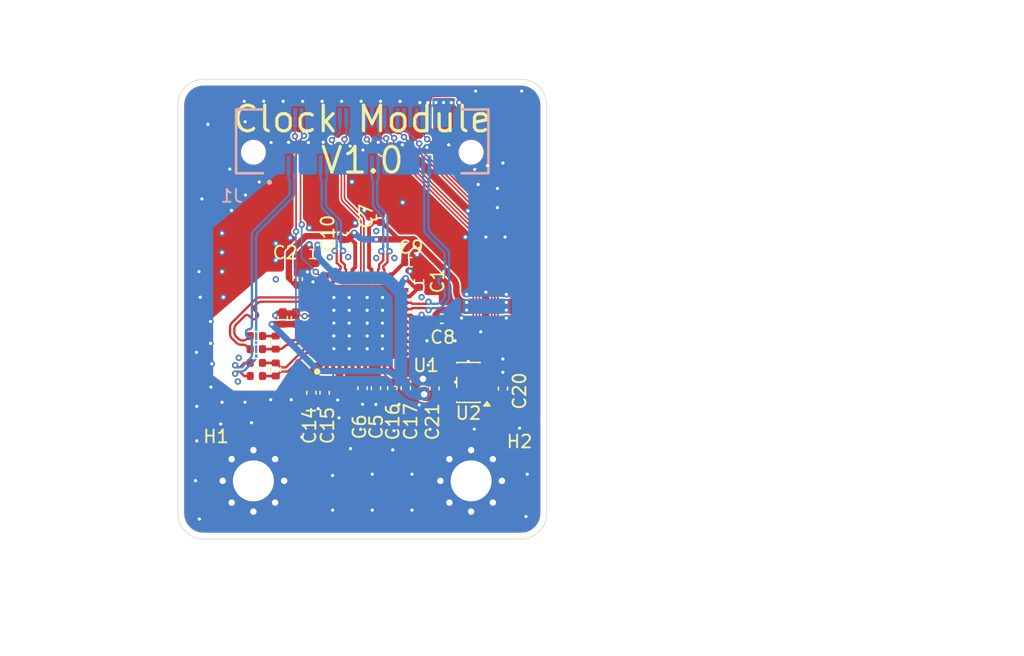
<source format=kicad_pcb>
(kicad_pcb (version 20241229) (generator "pcbnew") (generator_version "9.0")
  (layers (0 "F.Cu" signal) (4 "In1.Cu" signal) (6 "In2.Cu" signal) (2 "B.Cu" signal) (13 "F.Paste" user) (15 "B.Paste" user) (5 "F.SilkS" user "F.Silkscreen") (7 "B.SilkS" user "B.Silkscreen") (1 "F.Mask" user) (3 "B.Mask" user) (25 "Edge.Cuts" user))
  (net 0 "")
  (net 1 "1V8")
  (net 2 "GND")
  (net 3 "3V3")
  (net 4 "/IN0+")
  (net 5 "/CLK_IN+")
  (net 6 "/IN0-")
  (net 7 "/CLK_IN-")
  (net 8 "/IN1+")
  (net 9 "/IN1-")
  (net 10 "/IN2+")
  (net 11 "/IN2-")
  (net 12 "/IN3+")
  (net 13 "/FB+")
  (net 14 "/IN3-")
  (net 15 "/FB-")
  (net 16 "/CLK_OUT2-")
  (net 17 "/SDA{slash}SDIO")
  (net 18 "/I2C_SEL")
  (net 19 "/CLK_OUT0-")
  (net 20 "/A1{slash}SDO")
  (net 21 "/CLK_OUT1-")
  (net 22 "/CLK_OUT1+")
  (net 23 "/OEB")
  (net 24 "/SCLK")
  (net 25 "/RSTB")
  (net 26 "/CLK_OUT0+")
  (net 27 "/CLK_OUT2+")
  (net 28 "/LOLB")
  (net 29 "/LOS_XAXBB")
  (net 30 "/INTRB")
  (net 31 "/A0{slash}CSB")
  (footprint "Capacitor_SMD:C_0402_1005Metric" (layer "F.Cu") (at 155.0575 98.99 90)
    (property "Reference" "C20")
    (property "Value" "1uF")
  )
  (footprint "Capacitor_SMD:C_0402_1005Metric" (layer "F.Cu") (at 146.41 98.96 90)
    (property "Reference" "C16")
    (property "Value" "0.1uF")
  )
  (footprint "Package_TO_SOT_SMD:SOT-23-5" (layer "F.Cu") (at 152.3575 98.51 180)
    (property "Reference" "U2")
    (property "Value" "TPS7A2018PDBVR")
  )
  (footprint "Capacitor_SMD:C_0402_1005Metric" (layer "F.Cu") (at 147.47 98.96 90)
    (property "Reference" "C17")
    (property "Value" "0.1uF")
  )
  (footprint "Capacitor_SMD:C_0402_1005Metric" (layer "F.Cu") (at 149.7075 98.98 90)
    (property "Reference" "C21")
    (property "Value" "1uF")
  )
  (footprint "Capacitor_SMD:C_0402_1005Metric" (layer "F.Cu") (at 137.86 93.48 90)
    (property "Reference" "C3" (hide yes))
    (property "Value" "1uF")
  )
  (footprint "Capacitor_SMD:C_0402_1005Metric" (layer "F.Cu") (at 135.8 95.91)
    (property "Reference" "C19" (hide yes))
    (property "Value" "0.1uF")
  )
  (footprint "Capacitor_SMD:C_0402_1005Metric" (layer "F.Cu") (at 141.13 99.32 90)
    (property "Reference" "C15")
    (property "Value" "0.1uF")
  )
  (footprint "Capacitor_SMD:C_0402_1005Metric" (layer "F.Cu") (at 139.03 90.44 90)
    (property "Reference" "C11" (hide yes))
    (property "Value" "1uF")
  )
  (footprint "Capacitor_SMD:C_0402_1005Metric" (layer "F.Cu") (at 135.8 94.89)
    (property "Reference" "C18" (hide yes))
    (property "Value" "0.1uF")
  )
  (footprint "Capacitor_SMD:C_0402_1005Metric" (layer "F.Cu") (at 147.86 89.12)
    (property "Reference" "C9")
    (property "Value" "1uF")
  )
  (footprint "Capacitor_SMD:C_0402_1005Metric" (layer "F.Cu") (at 140.1 99.32 90)
    (property "Reference" "C14")
    (property "Value" "0.1uF")
  )
  (footprint "Capacitor_SMD:C_0402_1005Metric" (layer "F.Cu") (at 150.28 93.54)
    (property "Reference" "C8")
    (property "Value" "1uF")
  )
  (footprint "MountingHole:MountingHole_3.2mm_M3_Pad_Via" (layer "F.Cu") (at 152.57 106.1975)
    (property "Reference" "H2")
    (property "Value" "M3 Hole")
  )
  (footprint "Capacitor_SMD:C_0402_1005Metric" (layer "F.Cu") (at 138.89 93.48 90)
    (property "Reference" "C4" (hide yes))
    (property "Value" "1uF")
  )
  (footprint "Resistor_SMD:R_0402_1005Metric" (layer "F.Cu") (at 137.31 97.5 -90)
    (property "Reference" "R1" (hide yes))
    (property "Value" "100")
  )
  (footprint "MountingHole:MountingHole_3.2mm_M3_Pad_Via" (layer "F.Cu") (at 135.57 106.1975)
    (property "Reference" "H1")
    (property "Value" "M3 Hole")
  )
  (footprint "Capacitor_SMD:C_0402_1005Metric" (layer "F.Cu") (at 135.8 98.01)
    (property "Reference" "C13" (hide yes))
    (property "Value" "0.1uF")
  )
  (footprint "Capacitor_SMD:C_0402_1005Metric" (layer "F.Cu") (at 142.53 86.88 90)
    (property "Reference" "C10")
    (property "Value" "1uF")
  )
  (footprint "Capacitor_SMD:C_0402_1005Metric" (layer "F.Cu") (at 145.53 85.53 90)
    (property "Reference" "C7")
    (property "Value" "1uF")
  )
  (footprint "Capacitor_SMD:C_0402_1005Metric" (layer "F.Cu") (at 144.09 98.96 -90)
    (property "Reference" "C6")
    (property "Value" "1uF")
  )
  (footprint "Capacitor_SMD:C_0402_1005Metric" (layer "F.Cu") (at 145.14 98.96 -90)
    (property "Reference" "C5")
    (property "Value" "1uF")
  )
  (footprint "lib:QFN50P700X700X90-45N" (layer "F.Cu") (at 143.8 93.79 90)
    (property "Reference" "U1")
    (property "Value" "SI5394J" (hide yes))
  )
  (footprint "Capacitor_SMD:C_0402_1005Metric" (layer "F.Cu") (at 148.5 90.6 90)
    (property "Reference" "C1")
    (property "Value" "1uF")
  )
  (footprint "Resistor_SMD:R_0402_1005Metric" (layer "F.Cu") (at 137.31 95.4 -90)
    (property "Reference" "R2" (hide yes))
    (property "Value" "100")
  )
  (footprint "Capacitor_SMD:C_0402_1005Metric" (layer "F.Cu") (at 140.08 88.48 180)
    (property "Reference" "C2")
    (property "Value" "1uF")
  )
  (footprint "Capacitor_SMD:C_0402_1005Metric" (layer "F.Cu") (at 135.8 96.99)
    (property "Reference" "C12" (hide yes))
    (property "Value" "0.1uF")
  )
  (footprint "lib:SAMTEC_LSHM-130-04.0-L-DV-A-N-K-TR" (layer "B.Cu") (at 144.07 79.6875 180)
    (property "Reference" "J1")
    (property "Value" "LSHM-130-04.0-L-DV-A-N-K-TR")
  )
  (gr_line (start 129.67 108.7375) (end 129.67 76.8375) (stroke (width 0.05)) (layer "Edge.Cuts"))
  (gr_line (start 158.47 76.8375) (end 158.47 108.7375) (stroke (width 0.05)) (layer "Edge.Cuts"))
  (gr_arc (start 129.67 76.8375) (mid 130.255786 75.423286) (end 131.67 74.8375) (stroke (width 0.05)) (layer "Edge.Cuts"))
  (gr_line (start 131.67 74.8375) (end 156.47 74.8375) (stroke (width 0.05)) (layer "Edge.Cuts"))
  (gr_arc (start 158.47 108.7375) (mid 157.884214 110.151714) (end 156.47 110.7375) (stroke (width 0.05)) (layer "Edge.Cuts"))
  (gr_arc (start 131.67 110.7375) (mid 130.255786 110.151714) (end 129.67 108.7375) (stroke (width 0.05)) (layer "Edge.Cuts"))
  (gr_arc (start 156.47 74.8375) (mid 157.884214 75.423286) (end 158.47 76.8375) (stroke (width 0.05)) (layer "Edge.Cuts"))
  (gr_line (start 156.47 110.7375) (end 131.67 110.7375) (stroke (width 0.05)) (layer "Edge.Cuts"))
  (gr_text "Clock Module\nV1.0" (at 144.07 79.56 0) (layer "F.SilkS") (effects (font (size 2 2) (thickness 0.25))))
  (segment (start 148.5 91.08) (end 148.16 91.08) (width 0.3) (layer "F.Cu") (net 1))
  (segment (start 138.89 93.96) (end 140.208 93.96) (width 0.5) (layer "F.Cu") (net 1))
  (segment (start 140.56 87.79) (end 140.58 87.77) (width 0.3) (layer "F.Cu") (net 1))
  (segment (start 137.86 93.96) (end 137.02 93.96) (width 0.5) (layer "F.Cu") (net 1))
  (segment (start 139.15 93.96) (end 139.452 94.262) (width 0.5) (layer "F.Cu") (net 1))
  (segment (start 138.89 93.96) (end 139.15 93.96) (width 0.5) (layer "F.Cu") (net 1))
  (segment (start 147.25 91.79) (end 147.79 91.79) (width 0.3) (layer "F.Cu") (net 1))
  (segment (start 149.016 99.46) (end 148.9 99.344) (width 1) (layer "F.Cu") (net 1))
  (segment (start 148.16 91.08) (end 147.46 90.38) (width 0.3) (layer "F.Cu") (net 1))
  (segment (start 141.8 89.80735) (end 140.56 88.56735) (width 0.3) (layer "F.Cu") (net 1))
  (segment (start 151.22 99.46) (end 149.016 99.46) (width 1) (layer "F.Cu") (net 1))
  (segment (start 147.79 91.79) (end 148.5 91.08) (width 0.3) (layer "F.Cu") (net 1))
  (segment (start 140.56 88.48) (end 140.56 87.79) (width 0.3) (layer "F.Cu") (net 1))
  (segment (start 140.208 93.96) (end 140.35 93.818) (width 0.5) (layer "F.Cu") (net 1))
  (segment (start 149.6875 99.44) (end 149.7075 99.46) (width 0.5) (layer "F.Cu") (net 1))
  (segment (start 138.89 93.96) (end 137.86 93.96) (width 0.5) (layer "F.Cu") (net 1))
  (segment (start 137.02 93.96) (end 137.01 93.97) (width 0.5) (layer "F.Cu") (net 1))
  (segment (start 140.56 88.56735) (end 140.56 88.48) (width 0.3) (layer "F.Cu") (net 1))
  (segment (start 141.8 90.34) (end 141.8 89.80735) (width 0.3) (layer "F.Cu") (net 1))
  (segment (start 139.452 94.262) (end 140.35 94.262) (width 0.5) (layer "F.Cu") (net 1))
  (via (at 140.58 87.77) (size 0.5) (drill 0.25) (layers "F.Cu" "B.Cu") (net 1))
  (via (at 148.9 99.44) (size 1) (drill 0.5) (layers "F.Cu" "B.Cu") (net 1))
  (via (at 147.46 90.38) (size 0.5) (drill 0.25) (layers "F.Cu" "B.Cu") (net 1))
  (via (at 137.01 93.97) (size 0.5) (drill 0.25) (layers "F.Cu" "B.Cu") (net 1))
  (segment (start 147.08 98.47) (end 147.08 91.54) (width 1) (layer "B.Cu") (net 1))
  (segment (start 147.09 98.48) (end 147.701107 99.091107) (width 1) (layer "B.Cu") (net 1))
  (segment (start 141.908335 90.057107) (end 140.872893 89.021665) (width 0.5) (layer "B.Cu") (net 1))
  (segment (start 148.844 99.384) (end 148.9 99.384) (width 0.8) (layer "B.Cu") (net 1))
  (segment (start 140.367107 97.327107) (end 137.01 93.97) (width 0.5) (layer "B.Cu") (net 1))
  (segment (start 147.372893 90.467107) (end 147.46 90.38) (width 0.5) (layer "B.Cu") (net 1))
  (segment (start 147.08 91.54) (end 147.08 91.174214) (width 0.5) (layer "B.Cu") (net 1))
  (segment (start 147.09 98.48) (end 147.08 98.47) (width 1) (layer "B.Cu") (net 1))
  (segment (start 147.09 98.48) (end 146.522893 97.912893) (width 0.5) (layer "B.Cu") (net 1))
  (segment (start 148.408214 99.384) (end 148.844 99.384) (width 1) (layer "B.Cu") (net 1))
  (segment (start 145.475786 90.35) (end 142.615442 90.35) (width 1) (layer "B.Cu") (net 1))
  (segment (start 145.815786 97.62) (end 141.074214 97.62) (width 0.5) (layer "B.Cu") (net 1))
  (segment (start 147.08 91.54) (end 146.182893 90.642893) (width 1) (layer "B.Cu") (net 1))
  (segment (start 140.58 88.314558) (end 140.58 87.77) (width 0.5) (layer "B.Cu") (net 1))
  (arc (start 147.701107 99.091107) (mid 148.02553 99.30788) (end 148.408214 99.384) (width 1) (layer "B.Cu") (net 1))
  (arc (start 147.372893 90.467107) (mid 147.15612 90.79153) (end 147.08 91.174214) (width 0.5) (layer "B.Cu") (net 1))
  (arc (start 140.367107 97.327107) (mid 140.69153 97.54388) (end 141.074214 97.62) (width 0.5) (layer "B.Cu") (net 1))
  (arc (start 146.522893 97.912893) (mid 146.19847 97.69612) (end 145.815786 97.62) (width 0.5) (layer "B.Cu") (net 1))
  (arc (start 142.615442 90.35) (mid 142.232759 90.27388) (end 141.908335 90.057107) (width 1) (layer "B.Cu") (net 1))
  (arc (start 145.475786 90.35) (mid 145.858469 90.42612) (end 146.182893 90.642893) (width 1) (layer "B.Cu") (net 1))
  (arc (start 140.872893 89.021665) (mid 140.65612 88.697242) (end 140.58 88.314558) (width 0.5) (layer "B.Cu") (net 1))
  (via (at 140.22 90.66) (size 0.5) (drill 0.25) (layers "F.Cu" "B.Cu") (net 2))
  (via (at 132.32 97.06) (size 0.5) (drill 0.25) (layers "F.Cu" "B.Cu") (net 2))
  (via (at 148.569994 76.66) (size 0.5) (drill 0.25) (layers "F.Cu" "B.Cu") (net 2))
  (via (at 139.79 89.89) (size 0.5) (drill 0.25) (layers "F.Cu" "B.Cu") (net 2))
  (via (at 144.45 95.88) (size 0.5) (drill 0.25) (layers "F.Cu" "B.Cu") (net 2))
  (via (at 148.52 100.26) (size 0.5) (drill 0.25) (layers "F.Cu" "B.Cu") (net 2))
  (via (at 149.12 80.16) (size 0.5) (drill 0.25) (layers "F.Cu" "B.Cu") (net 2))
  (via (at 144.22 85.06) (size 0.5) (drill 0.25) (layers "F.Cu" "B.Cu") (net 2))
  (via (at 141.85 93.88) (size 0.5) (drill 0.25) (layers "F.Cu" "B.Cu") (net 2))
  (via (at 149.12 95.26) (size 0.5) (drill 0.25) (layers "F.Cu" "B.Cu") (net 2))
  (via (at 152.35 96.88) (size 0.5) (drill 0.25) (layers "F.Cu" "B.Cu") (net 2))
  (via (at 133.12 88.36) (size 0.5) (drill 0.25) (layers "F.Cu" "B.Cu") (net 2))
  (via (at 141.85 92.88) (size 0.5) (drill 0.25) (layers "F.Cu" "B.Cu") (net 2))
  (via (at 133.85 85.08) (size 0.5) (drill 0.25) (layers "F.Cu" "B.Cu") (net 2))
  (via (at 133.02 101.76) (size 0.5) (drill 0.25) (layers "F.Cu" "B.Cu") (net 2))
  (via (at 143.05 92.88) (size 0.5) (drill 0.25) (layers "F.Cu" "B.Cu") (net 2))
  (via (at 133.22 91.86) (size 0.5) (drill 0.25) (layers "F.Cu" "B.Cu") (net 2))
  (via (at 155.05 97.72) (size 0.5) (drill 0.25) (layers "F.Cu" "B.Cu") (net 2))
  (via (at 147.19866 79.959726) (size 0.5) (drill 0.25) (layers "F.Cu" "B.Cu") (net 2))
  (via (at 136.37125 76.56) (size 0.5) (drill 0.25) (layers "F.Cu" "B.Cu") (net 2))
  (via (at 152.85 81.88) (size 0.5) (drill 0.25) (layers "F.Cu" "B.Cu") (net 2))
  (via (at 131.15 100.38) (size 0.5) (drill 0.25) (layers "F.Cu" "B.Cu") (net 2))
  (via (at 143.15 103.68) (size 0.5) (drill 0.25) (layers "F.Cu" "B.Cu") (net 2))
  (via (at 143.05 93.88) (size 0.5) (drill 0.25) (layers "F.Cu" "B.Cu") (net 2))
  (via (at 135.42 101.66) (size 0.5) (drill 0.25) (layers "F.Cu" "B.Cu") (net 2))
  (via (at 149.22 97.16) (size 0.5) (drill 0.25) (layers "F.Cu" "B.Cu") (net 2))
  (via (at 141.85 94.88) (size 0.5) (drill 0.25) (layers "F.Cu" "B.Cu") (net 2))
  (via (at 146.45 103.78) (size 0.5) (drill 0.25) (layers "F.Cu" "B.Cu") (net 2))
  (via (at 134.42838 96.591271) (size 0.5) (drill 0.25) (layers "F.Cu" "B.Cu") (net 2))
  (via (at 132.25 98.88) (size 0.5) (drill 0.25) (layers "F.Cu" "B.Cu") (net 2))
  (via (at 131.15 103.08) (size 0.5) (drill 0.25) (layers "F.Cu" "B.Cu") (net 2))
  (via (at 144.45 94.88) (size 0.5) (drill 0.25) (layers "F.Cu" "B.Cu") (net 2))
  (via (at 145.65 93.88) (size 0.5) (drill 0.25) (layers "F.Cu" "B.Cu") (net 2))
  (via (at 153.32 94.56) (size 0.5) (drill 0.25) (layers "F.Cu" "B.Cu") (net 2))
  (via (at 132.22 95.46) (size 0.5) (drill 0.25) (layers "F.Cu" "B.Cu") (net 2))
  (via (at 143.05 95.88) (size 0.5) (drill 0.25) (layers "F.Cu" "B.Cu") (net 2))
  (via (at 137.32 87.66) (size 0.5) (drill 0.25) (layers "F.Cu" "B.Cu") (net 2))
  (via (at 140.935 76.56) (size 0.5) (drill 0.25) (layers "F.Cu" "B.Cu") (net 2))
  (via (at 137.32 90.46) (size 0.5) (drill 0.25) (layers "F.Cu" "B.Cu") (net 2))
  (via (at 152.82 102.16) (size 0.5) (drill 0.25) (layers "F.Cu" "B.Cu") (net 2))
  (via (at 151.82 93.485003) (size 0.5) (drill 0.25) (layers "F.Cu" "B.Cu") (net 2))
  (via (at 146.582818 88.798239) (size 0.5) (drill 0.25) (layers "F.Cu" "B.Cu") (net 2))
  (via (at 142.966772 88.715833) (size 0.5) (drill 0.25) (layers "F.Cu" "B.Cu") (net 2))
  (via (at 143.52 86.06) (size 0.5) (drill 0.25) (layers "F.Cu" "B.Cu") (net 2))
  (via (at 133.72 81.86) (size 0.5) (drill 0.25) (layers "F.Cu" "B.Cu") (net 2))
  (via (at 154.62 84.86) (size 0.5) (drill 0.25) (layers "F.Cu" "B.Cu") (net 2))
  (via (at 138.32 79.76) (size 0.5) (drill 0.25) (layers "F.Cu" "B.Cu") (net 2))
  (via (at 146.55 102.28) (size 0.5) (drill 0.25) (layers "F.Cu" "B.Cu") (net 2))
  (via (at 141.75 108.48) (size 0.5) (drill 0.25) (layers "F.Cu" "B.Cu") (net 2))
  (via (at 144.45 92.88) (size 0.5) (drill 0.25) (layers "F.Cu" "B.Cu") (net 2))
  (via (at 132.017092 78.359987) (size 0.5) (drill 0.25) (layers "F.Cu" "B.Cu") (net 2))
  (via (at 143.05 94.88) (size 0.5) (drill 0.25) (layers "F.Cu" "B.Cu") (net 2))
  (via (at 144.85 108.48) (size 0.5) (drill 0.25) (layers "F.Cu" "B.Cu") (net 2))
  (via (at 138.52 99.86) (size 0.5) (drill 0.25) (layers "F.Cu" "B.Cu") (net 2))
  (via (at 147.803158 89.827962) (size 0.5) (drill 0.25) (layers "F.Cu" "B.Cu") (net 2))
  (via (at 148.35 88.52) (size 0.5) (drill 0.25) (layers "F.Cu" "B.Cu") (net 2))
  (via (at 131.32 89.86) (size 0.5) (drill 0.25) (layers "F.Cu" "B.Cu") (net 2))
  (via (at 145.65 95.88) (size 0.5) (drill 0.25) (layers "F.Cu" "B.Cu") (net 2))
  (via (at 147.95 105.68) (size 0.5) (drill 0.25) (layers "F.Cu" "B.Cu") (net 2))
  (via (at 144.45 93.88) (size 0.5) (drill 0.25) (layers "F.Cu" "B.Cu") (net 2))
  (via (at 131.55 84.18) (size 0.5) (drill 0.25) (layers "F.Cu" "B.Cu") (net 2))
  (via (at 141.85 91.88) (size 0.5) (drill 0.25) (layers "F.Cu" "B.Cu") (net 2))
  (via (at 131.35 109.18) (size 0.5) (drill 0.25) (layers "F.Cu" "B.Cu") (net 2))
  (via (at 156.52 75.76) (size 0.5) (drill 0.25) (layers "F.Cu" "B.Cu") (net 2))
  (via (at 131.42 91.86) (size 0.5) (drill 0.25) (layers "F.Cu" "B.Cu") (net 2))
  (via (at 147.02 76.56) (size 0.5) (drill 0.25) (layers "F.Cu" "B.Cu") (net 2))
  (via (at 151.35 98.48) (size 0.5) (drill 0.25) (layers "F.Cu" "B.Cu") (net 2))
  (via (at 133.12 100.06) (size 0.5) (drill 0.25) (layers "F.Cu" "B.Cu") (net 2))
  (via (at 142.25 101.28) (size 0.5) (drill 0.25) (layers "F.Cu" "B.Cu") (net 2))
  (via (at 136.92 99.86) (size 0.5) (drill 0.25) (layers "F.Cu" "B.Cu") (net 2))
  (via (at 143.26 82.85) (size 0.5) (drill 0.25) (layers "F.Cu" "B.Cu") (net 2))
  (via (at 137.28 93.28) (size 0.5) (drill 0.25) (layers "F.Cu" "B.Cu") (net 2))
  (via (at 152.22 91.634997) (size 0.5) (drill 0.25) (layers "F.Cu" "B.Cu") (net 2))
  (via (at 134.917104 100.057582) (size 0.5) (drill 0.25) (layers "F.Cu" "B.Cu") (net 2))
  (via (at 143.9775 76.56) (size 0.5) (drill 0.25) (layers "F.Cu" "B.Cu") (net 2))
  (via (at 156.85 108.98) (size 0.5) (drill 0.25) (layers "F.Cu" "B.Cu") (net 2))
  (via (at 152.92 75.76) (size 0.5) (drill 0.25) (layers "F.Cu" "B.Cu") (net 2))
  (via (at 149.35 102.18) (size 0.5) (drill 0.25) (layers "F.Cu" "B.Cu") (net 2))
  (via (at 153.85 81.58) (size 0.5) (drill 0.25) (layers "F.Cu" "B.Cu") (net 2))
  (via (at 139.930517 87.744021) (size 0.5) (drill 0.25) (layers "F.Cu" "B.Cu") (net 2))
  (via (at 145.65 94.88) (size 0.5) (drill 0.25) (layers "F.Cu" "B.Cu") (net 2))
  (via (at 139.866689 79.780033) (size 0.5) (drill 0.25) (layers "F.Cu" "B.Cu") (net 2))
  (via (at 146.94 100.23) (size 0.5) (drill 0.25) (layers "F.Cu" "B.Cu") (net 2))
  (via (at 155.05 81.38) (size 0.5) (drill 0.25) (layers "F.Cu" "B.Cu") (net 2))
  (via (at 136.02 82.86) (size 0.5) (drill 0.25) (layers "F.Cu" "B.Cu") (net 2))
  (via (at 150.82 79.96) (size 0.5) (drill 0.25) (layers "F.Cu" "B.Cu") (net 2))
  (via (at 145.65 92.88) (size 0.5) (drill 0.25) (layers "F.Cu" "B.Cu") (net 2))
  (via (at 152.12 87.16) (size 0.5) (drill 0.25) (layers "F.Cu" "B.Cu") (net 2))
  (via (at 148.810136 98.235877) (size 1) (drill 0.5) (layers "F.Cu" "B.Cu") (net 2))
  (via (at 143.95 102.18) (size 0.5) (drill 0.25) (layers "F.Cu" "B.Cu") (net 2))
  (via (at 147.95 108.48) (size 0.5) (drill 0.25) (layers "F.Cu" "B.Cu") (net 2))
  (via (at 147.22 84.46) (size 0.5) (drill 0.25) (layers "F.Cu" "B.Cu") (net 2))
  (via (at 141.02 79.76) (size 0.5) (drill 0.25) (layers "F.Cu" "B.Cu") (net 2))
  (via (at 131.12 96.16) (size 0.5) (drill 0.25) (layers "F.Cu" "B.Cu") (net 2))
  (via (at 151.32 95.26) (size 0.5) (drill 0.25) (layers "F.Cu" "B.Cu") (net 2))
  (via (at 144.45 91.88) (size 0.5) (drill 0.25) (layers "F.Cu" "B.Cu") (net 2))
  (via (at 143.12 80.06) (size 0.5) (drill 0.25) (layers "F.Cu" "B.Cu") (net 2))
  (via (at 154.62 83.36) (size 0.5) (drill 0.25) (layers "F.Cu" "B.Cu") (net 2))
  (via (at 133.12 86.86) (size 0.5) (drill 0.25) (layers "F.Cu" "B.Cu") (net 2))
  (via (at 142.45625 76.56) (size 0.5) (drill 0.25) (layers "F.Cu" "B.Cu") (net 2))
  (via (at 155.05 96.68) (size 0.5) (drill 0.25) (layers "F.Cu" "B.Cu") (net 2))
  (via (at 136.95 79.78) (size 0.5) (drill 0.25) (layers "F.Cu" "B.Cu") (net 2))
  (via (at 155.32 93.485003) (size 0.5) (drill 0.25) (layers "F.Cu" "B.Cu") (net 2))
  (via (at 137.8925 76.56) (size 0.5) (drill 0.25) (layers "F.Cu" "B.Cu") (net 2))
  (via (at 134.85 76.56) (size 0.5) (drill 0.25) (layers "F.Cu" "B.Cu") (net 2))
  (via (at 134.95 83.88) (size 0.5) (drill 0.25) (layers "F.Cu" "B.Cu") (net 2))
  (via (at 144.09 100.22) (size 0.5) (drill 0.25) (layers "F.Cu" "B.Cu") (net 2))
  (via (at 151.645003 76.66) (size 0.5) (drill 0.25) (layers "F.Cu" "B.Cu") (net 2))
  (via (at 145.16 86.69) (size 0.5) (drill 0.25) (layers "F.Cu" "B.Cu") (net 2))
  (via (at 141.75 105.78) (size 0.5) (drill 0.25) (layers "F.Cu" "B.Cu") (net 2))
  (via (at 139.41375 76.56) (size 0.5) (drill 0.25) (layers "F.Cu" "B.Cu") (net 2))
  (via (at 141.535798 88.735056) (size 0.5) (drill 0.25) (layers "F.Cu" "B.Cu") (net 2))
  (via (at 153.72 87.16) (size 0.5) (drill 0.25) (layers "F.Cu" "B.Cu") (net 2))
  (via (at 139.35 102.78) (size 0.5) (drill 0.25) (layers "F.Cu" "B.Cu") (net 2))
  (via (at 137.32 88.96) (size 0.5) (drill 0.25) (layers "F.Cu" "B.Cu") (net 2))
  (via (at 144.85 105.68) (size 0.5) (drill 0.25) (layers "F.Cu" "B.Cu") (net 2))
  (via (at 133.12 89.86) (size 0.5) (drill 0.25) (layers "F.Cu" "B.Cu") (net 2))
  (via (at 145.13 100.23) (size 0.5) (drill 0.25) (layers "F.Cu" "B.Cu") (net 2))
  (via (at 156.95 105.68) (size 0.5) (drill 0.25) (layers "F.Cu" "B.Cu") (net 2))
  (via (at 149.194997 76.66) (size 0.5) (drill 0.25) (layers "F.Cu" "B.Cu") (net 2))
  (via (at 143.05 91.88) (size 0.5) (drill 0.25) (layers "F.Cu" "B.Cu") (net 2))
  (via (at 139.936276 86.438761) (size 0.5) (drill 0.25) (layers "F.Cu" "B.Cu") (net 2))
  (via (at 153.72 91.46) (size 0.5) (drill 0.25) (layers "F.Cu" "B.Cu") (net 2))
  (via (at 145.49875 76.56) (size 0.5) (drill 0.25) (layers "F.Cu" "B.Cu") (net 2))
  (via (at 132.22 93.76) (size 0.5) (drill 0.25) (layers "F.Cu" "B.Cu") (net 2))
  (via (at 138.4495 87.219098) (size 0.5) (drill 0.25) (layers "F.Cu" "B.Cu") (net 2))
  (via (at 155.22 87.16) (size 0.5) (drill 0.25) (layers "F.Cu" "B.Cu") (net 2))
  (via (at 148.7 91.852745) (size 0.5) (drill 0.25) (layers "F.Cu" "B.Cu") (net 2))
  (via (at 141.85 95.88) (size 0.5) (drill 0.25) (layers "F.Cu" "B.Cu") (net 2))
  (via (at 153.12 83.06) (size 0.5) (drill 0.25) (layers "F.Cu" "B.Cu") (net 2))
  (via (at 134.355485 98.439445) (size 0.5) (drill 0.25) (layers "F.Cu" "B.Cu") (net 2))
  (via (at 145.157585 88.793566) (size 0.5) (drill 0.25) (layers "F.Cu" "B.Cu") (net 2))
  (via (at 140.63 100.56) (size 0.5) (drill 0.25) (layers "F.Cu" "B.Cu") (net 2))
  (via (at 134.92 78.16) (size 0.5) (drill 0.25) (layers "F.Cu" "B.Cu") (net 2))
  (via (at 145.65 91.88) (size 0.5) (drill 0.25) (layers "F.Cu" "B.Cu") (net 2))
  (via (at 144.12 80.36) (size 0.5) (drill 0.25) (layers "F.Cu" "B.Cu") (net 2))
  (via (at 131.05 106.18) (size 0.5) (drill 0.25) (layers "F.Cu" "B.Cu") (net 2))
  (via (at 155.32 91.634997) (size 0.5) (drill 0.25) (layers "F.Cu" "B.Cu") (net 2))
  (via (at 156.35 102.08) (size 0.5) (drill 0.25) (layers "F.Cu" "B.Cu") (net 2))
  (via (at 142.15 99.88) (size 0.5) (drill 0.25) (layers "F.Cu" "B.Cu") (net 2))
  (via (at 148.704123 93.233352) (size 0.5) (drill 0.25) (layers "F.Cu" "B.Cu") (net 2))
  (via (at 145.32 79.76) (size 0.5) (drill 0.25) (layers "F.Cu" "B.Cu") (net 2))
  (via (at 152.32 85.11) (size 0.5) (drill 0.25) (layers "F.Cu" "B.Cu") (net 2))
  (segment (start 144.96 86.01) (end 145.53 86.01) (width 0.3) (layer "F.Cu") (net 3))
  (segment (start 138.342 90.318444) (end 138.342 88.411884) (width 0.5) (layer "F.Cu") (net 3))
  (segment (start 152.8475 99.46) (end 153.495 99.46) (width 0.3) (layer "F.Cu") (net 3))
  (segment (start 150.170001 92.86) (end 149.8 93.230001) (width 0.5) (layer "F.Cu") (net 3))
  (segment (start 143.23 87.36) (end 142.53 87.36) (width 0.3) (layer "F.Cu") (net 3))
  (segment (start 143.3 90.34) (end 143.3 89.735285) (width 0.3) (layer "F.Cu") (net 3))
  (segment (start 152.5575 98.17556) (end 152.5545 98.17856) (width 0.3) (layer "F.Cu") (net 3))
  (segment (start 152.5575 97.835001) (end 152.5575 98.17556) (width 0.3) (layer "F.Cu") (net 3))
  (segment (start 143.72 101.26) (end 154.88 101.26) (width 1) (layer "F.Cu") (net 3))
  (segment (start 148.375352 93.784352) (end 149.235648 93.784352) (width 0.3) (layer "F.Cu") (net 3))
  (segment (start 147.672893 87.953107) (end 148.16 87.466) (width 0.5) (layer "F.Cu") (net 3))
  (segment (start 144.8 90.34) (end 144.8 89.719875) (width 0.3) (layer "F.Cu") (net 3))
  (segment (start 148.034 87.34) (end 148.1 87.34) (width 0.5) (layer "F.Cu") (net 3))
  (segment (start 152.5575 98.84444) (end 152.5575 99.17) (width 0.3) (layer "F.Cu") (net 3))
  (segment (start 150.170001 92.86) (end 152.22 92.86) (width 0.5) (layer "F.Cu") (net 3))
  (segment (start 149.235648 93.784352) (end 149.48 93.54) (width 0.3) (layer "F.Cu") (net 3))
  (segment (start 146.3 90.2) (end 147.38 89.12) (width 0.3) (layer "F.Cu") (net 3))
  (segment (start 155.0475 99.46) (end 155.0575 99.47) (width 0.6) (layer "F.Cu") (net 3))
  (segment (start 149.48 93.54) (end 149.8 93.54) (width 0.3) (layer "F.Cu") (net 3))
  (segment (start 147.25 93.29) (end 147.881 93.29) (width 0.3) (layer "F.Cu") (net 3))
  (segment (start 143.52 89.515285) (end 143.52 87.65) (width 0.3) (layer "F.Cu") (net 3))
  (segment (start 140.35 91.29) (end 139.4 91.29) (width 0.3) (layer "F.Cu") (net 3))
  (segment (start 143.14 99.07) (end 143.14 100.68) (width 1) (layer "F.Cu") (net 3))
  (segment (start 148.1 87.34) (end 151.127107 90.367107) (width 0.5) (layer "F.Cu") (net 3))
  (segment (start 146.3 90.34) (end 146.3 90.2) (width 0.3) (layer "F.Cu") (net 3))
  (segment (start 138.342 88.411884) (end 139.660863 87.093021) (width 0.5) (layer "F.Cu") (net 3))
  (segment (start 142.53 87.36) (end 142.941 87.36) (width 0.5) (layer "F.Cu") (net 3))
  (segment (start 145.59 86.01) (end 146.92 87.34) (width 0.3302) (layer "F.Cu") (net 3))
  (segment (start 143.3 89.735285) (end 143.52 89.515285) (width 0.3) (layer "F.Cu") (net 3))
  (segment (start 153.495 99.46) (end 155.0475 99.46) (width 0.6) (layer "F.Cu") (net 3))
  (segment (start 142.263021 87.093021) (end 142.53 87.36) (width 0.5) (layer "F.Cu") (net 3))
  (segment (start 148.034 87.34) (end 148.16 87.466) (width 0.5) (layer "F.Cu") (net 3))
  (segment (start 145.53 86.01) (end 145.59 86.01) (width 0.3302) (layer "F.Cu") (net 3))
  (segment (start 151.889852 92.26) (end 152.22 92.26) (width 0.5) (layer "F.Cu") (net 3))
  (segment (start 152.5545 98.17856) (end 152.5545 98.84144) (width 0.3) (layer "F.Cu") (net 3))
  (segment (start 139.660863 87.093021) (end 142.263021 87.093021) (width 0.5) (layer "F.Cu") (net 3))
  (segment (start 147.881 93.29) (end 148.375352 93.784352) (width 0.3) (layer "F.Cu") (net 3))
  (segment (start 144.6 89.519875) (end 144.6 86.37) (width 0.3) (layer "F.Cu") (net 3))
  (segment (start 144.6 86.37) (end 144.96 86.01) (width 0.3) (layer "F.Cu") (net 3))
  (segment (start 149.8 93.230001) (end 149.8 93.54) (width 0.5) (layer "F.Cu") (net 3))
  (segment (start 154.88 101.26) (end 156.48 99.66) (width 1) (layer "F.Cu") (net 3))
  (segment (start 152.832501 97.56) (end 152.5575 97.835001) (width 0.3) (layer "F.Cu") (net 3))
  (segment (start 153.495 97.56) (end 152.832501 97.56) (width 0.3) (layer "F.Cu") (net 3))
  (segment (start 139.03 90.92) (end 138.943556 90.92) (width 0.5) (layer "F.Cu") (net 3))
  (segment (start 144.8 89.719875) (end 144.6 89.519875) (width 0.3) (layer "F.Cu") (net 3))
  (segment (start 142.941 87.36) (end 143.44 86.861) (width 0.5) (layer "F.Cu") (net 3))
  (segment (start 147.38 89.12) (end 147.38 88.660214) (width 0.5) (layer "F.Cu") (net 3))
  (segment (start 151.42 91.074214) (end 151.42 91.375934) (width 0.5) (layer "F.Cu") (net 3))
  (segment (start 138.943556 90.92) (end 138.342 90.318444) (width 0.5) (layer "F.Cu") (net 3))
  (segment (start 145.16 87.34) (end 146.92 87.34) (width 0.5) (layer "F.Cu") (net 3))
  (segment (start 152.5575 99.17) (end 152.8475 99.46) (width 0.3) (layer "F.Cu") (net 3))
  (segment (start 152.5545 98.84144) (end 152.5575 98.84444) (width 0.3) (layer "F.Cu") (net 3))
  (segment (start 146.92 87.34) (end 148.034 87.34) (width 0.5) (layer "F.Cu") (net 3))
  (segment (start 151.712893 92.083041) (end 151.889852 92.26) (width 0.5) (layer "F.Cu") (net 3))
  (segment (start 143.52 87.65) (end 143.23 87.36) (width 0.3) (layer "F.Cu") (net 3))
  (segment (start 139.4 91.29) (end 139.03 90.92) (width 0.3) (layer "F.Cu") (net 3))
  (segment (start 143.14 100.68) (end 143.72 101.26) (width 1) (layer "F.Cu") (net 3))
  (via (at 150.42 76.66) (size 0.5) (drill 0.25) (layers "F.Cu" "B.Cu") (net 3))
  (via (at 155.32 92.26) (size 0.5) (drill 0.25) (layers "F.Cu" "B.Cu") (net 3))
  (via (at 149.82 76.66) (size 0.5) (drill 0.25) (layers "F.Cu" "B.Cu") (net 3))
  (via (at 151.02 76.66) (size 0.5) (drill 0.25) (layers "F.Cu" "B.Cu") (net 3))
  (via (at 143.44 86.82) (size 0.5) (drill 0.25) (layers "F.Cu" "B.Cu") (net 3))
  (via (at 152.22 92.86) (size 0.5) (drill 0.25) (layers "F.Cu" "B.Cu") (net 3))
  (via (at 152.22 92.26) (size 0.5) (drill 0.25) (layers "F.Cu" "B.Cu") (net 3))
  (via (at 155.32 92.86) (size 0.5) (drill 0.25) (layers "F.Cu" "B.Cu") (net 3))
  (via (at 145.16 87.34) (size 0.5) (drill 0.25) (layers "F.Cu" "B.Cu") (net 3))
  (arc (start 151.127107 90.367107) (mid 151.34388 90.69153) (end 151.42 91.074214) (width 0.5) (layer "F.Cu") (net 3))
  (arc (start 151.42 91.375934) (mid 151.49612 91.758617) (end 151.712893 92.083041) (width 0.5) (layer "F.Cu") (net 3))
  (arc (start 147.672893 87.953107) (mid 147.45612 88.27753) (end 147.38 88.660214) (width 0.5) (layer "F.Cu") (net 3))
  (segment (start 143.44 86.82) (end 143.667107 87.047107) (width 0.5) (layer "B.Cu") (net 3))
  (segment (start 144.374214 87.34) (end 145.16 87.34) (width 0.5) (layer "B.Cu") (net 3))
  (arc (start 143.667107 87.047107) (mid 143.99153 87.26388) (end 144.374214 87.34) (width 0.5) (layer "B.Cu") (net 3))
  (segment (start 138.111155 97.333795) (end 137.703795 97.333795) (width 0.18001) (layer "F.Cu") (net 4))
  (segment (start 139.991205 95.873795) (end 139.571155 95.873795) (width 0.18001) (layer "F.Cu") (net 4))
  (segment (start 137.703795 97.333795) (end 137.36 96.99) (width 0.18001) (layer "F.Cu") (net 4))
  (segment (start 136.28 96.99) (end 137.31 96.99) (width 0.21082) (layer "F.Cu") (net 4))
  (segment (start 139.571155 95.873795) (end 138.111155 97.333795) (width 0.18001) (layer "F.Cu") (net 4))
  (segment (start 140.35 95.79) (end 140.075 95.79) (width 0.18001) (layer "F.Cu") (net 4))
  (segment (start 140.075 95.79) (end 139.991205 95.873795) (width 0.18001) (layer "F.Cu") (net 4))
  (segment (start 137.36 96.99) (end 137.31 96.99) (width 0.18001) (layer "F.Cu") (net 4))
  (segment (start 135.32 96.99) (end 134.854999 96.99) (width 0.18001) (layer "F.Cu") (net 5))
  (segment (start 134.854999 96.99) (end 134.511204 97.333795) (width 0.18001) (layer "F.Cu") (net 5))
  (segment (start 134.511204 97.333795) (end 134.299995 97.333795) (width 0.18001) (layer "F.Cu") (net 5))
  (segment (start 134.299995 97.333795) (end 134.14 97.1738) (width 0.18001) (layer "F.Cu") (net 5))
  (via (at 134.14 97.1738) (size 0.5) (drill 0.25) (layers "F.Cu" "B.Cu") (net 5))
  (segment (start 134.507102 97.333795) (end 134.648564 97.333795) (width 0.18001) (layer "B.Cu") (net 5))
  (segment (start 138.32 82.662501) (end 138.32 81.5375) (width 0.18001) (layer "B.Cu") (net 5))
  (segment (start 138.403795 83.634048) (end 138.403795 82.746296) (width 0.18001) (layer "B.Cu") (net 5))
  (segment (start 135.453795 96.321457) (end 135.453795 95.196177) (width 0.18001) (layer "B.Cu") (net 5))
  (segment (start 134.14 97.1738) (end 134.153549 97.187349) (width 0.18001) (layer "B.Cu") (net 5))
  (segment (start 134.990169 94.732551) (end 134.990169 94.596177) (width 0.18001) (layer "B.Cu") (net 5))
  (segment (start 134.648564 97.333795) (end 135.307349 96.67501) (width 0.18001) (layer "B.Cu") (net 5))
  (segment (start 138.403795 82.746296) (end 138.32 82.662501) (width 0.18001) (layer "B.Cu") (net 5))
  (segment (start 135.600242 86.644708) (end 138.257349 83.987601) (width 0.18001) (layer "B.Cu") (net 5))
  (segment (start 135.453795 93.860808) (end 135.453795 86.998262) (width 0.18001) (layer "B.Cu") (net 5))
  (segment (start 135.453795 94.132551) (end 135.453795 93.996177) (width 0.18001) (layer "B.Cu") (net 5))
  (segment (start 135.453795 93.996177) (end 135.453795 93.860808) (width 0.18001) (layer "B.Cu") (net 5))
  (arc (start 138.257349 83.987601) (mid 138.365735 83.825389) (end 138.403795 83.634048) (width 0.18001) (layer "B.Cu") (net 5))
  (arc (start 135.453795 86.998262) (mid 135.491855 86.80692) (end 135.600242 86.644708) (width 0.18001) (layer "B.Cu") (net 5))
  (arc (start 135.307349 96.67501) (mid 135.415735 96.512798) (end 135.453795 96.321457) (width 0.18001) (layer "B.Cu") (net 5))
  (arc (start 135.221982 94.964364) (mid 135.058065 94.896468) (end 134.990169 94.732551) (width 0.18001) (layer "B.Cu") (net 5))
  (arc (start 135.453795 95.196177) (mid 135.385899 95.03226) (end 135.221982 94.964364) (width 0.18001) (layer "B.Cu") (net 5))
  (arc (start 135.221982 94.364364) (mid 135.385899 94.296468) (end 135.453795 94.132551) (width 0.18001) (layer "B.Cu") (net 5))
  (arc (start 134.153549 97.187349) (mid 134.315761 97.295735) (end 134.507102 97.333795) (width 0.18001) (layer "B.Cu") (net 5))
  (arc (start 134.990169 94.596177) (mid 135.058065 94.43226) (end 135.221982 94.364364) (width 0.18001) (layer "B.Cu") (net 5))
  (segment (start 139.991205 96.206205) (end 139.708845 96.206205) (width 0.18001) (layer "F.Cu") (net 6))
  (segment (start 137.703795 97.666205) (end 137.36 98.01) (width 0.18001) (layer "F.Cu") (net 6))
  (segment (start 136.28 98.01) (end 137.31 98.01) (width 0.21082) (layer "F.Cu") (net 6))
  (segment (start 140.075 96.29) (end 139.991205 96.206205) (width 0.18001) (layer "F.Cu") (net 6))
  (segment (start 139.708845 96.206205) (end 138.248845 97.666205) (width 0.18001) (layer "F.Cu") (net 6))
  (segment (start 137.36 98.01) (end 137.31 98.01) (width 0.18001) (layer "F.Cu") (net 6))
  (segment (start 140.35 96.29) (end 140.075 96.29) (width 0.18001) (layer "F.Cu") (net 6))
  (segment (start 138.248845 97.666205) (end 137.703795 97.666205) (width 0.18001) (layer "F.Cu") (net 6))
  (segment (start 134.511204 97.666205) (end 134.299995 97.666205) (width 0.18001) (layer "F.Cu") (net 7))
  (segment (start 134.854999 98.01) (end 134.511204 97.666205) (width 0.18001) (layer "F.Cu") (net 7))
  (segment (start 134.299995 97.666205) (end 134.14 97.8262) (width 0.18001) (layer "F.Cu") (net 7))
  (segment (start 135.32 98.01) (end 134.854999 98.01) (width 0.18001) (layer "F.Cu") (net 7))
  (via (at 134.14 97.8262) (size 0.5) (drill 0.25) (layers "F.Cu" "B.Cu") (net 7))
  (segment (start 135.786205 96.459147) (end 135.786205 87.135952) (width 0.18001) (layer "B.Cu") (net 7))
  (segment (start 134.932701 97.519758) (end 135.639759 96.8127) (width 0.18001) (layer "B.Cu") (net 7))
  (segment (start 138.82 82.662501) (end 138.82 81.5375) (width 0.18001) (layer "B.Cu") (net 7))
  (segment (start 138.736205 83.771738) (end 138.736205 82.746296) (width 0.18001) (layer "B.Cu") (net 7))
  (segment (start 134.14 97.8262) (end 134.153549 97.812651) (width 0.18001) (layer "B.Cu") (net 7))
  (segment (start 135.932652 86.782398) (end 138.589759 84.125291) (width 0.18001) (layer "B.Cu") (net 7))
  (segment (start 134.507102 97.666205) (end 134.579147 97.666205) (width 0.18001) (layer "B.Cu") (net 7))
  (segment (start 138.736205 82.746296) (end 138.82 82.662501) (width 0.18001) (layer "B.Cu") (net 7))
  (arc (start 138.736205 83.771738) (mid 138.698145 83.963079) (end 138.589759 84.125291) (width 0.18001) (layer "B.Cu") (net 7))
  (arc (start 134.579147 97.666205) (mid 134.770489 97.628145) (end 134.932701 97.519758) (width 0.18001) (layer "B.Cu") (net 7))
  (arc (start 135.932652 86.782398) (mid 135.824265 86.94461) (end 135.786205 87.135952) (width 0.18001) (layer "B.Cu") (net 7))
  (arc (start 134.153549 97.812651) (mid 134.315761 97.704265) (end 134.507102 97.666205) (width 0.18001) (layer "B.Cu") (net 7))
  (arc (start 135.786205 96.459147) (mid 135.748145 96.650488) (end 135.639759 96.8127) (width 0.18001) (layer "B.Cu") (net 7))
  (segment (start 141.3 97.24) (end 140.1 98.44) (width 0.127) (layer "F.Cu") (net 8))
  (segment (start 140.1 98.44) (end 140.1 98.84) (width 0.127) (layer "F.Cu") (net 8))
  (segment (start 141.8 98.17) (end 141.8 97.24) (width 0.127) (layer "F.Cu") (net 9))
  (segment (start 141.13 98.84) (end 141.8 98.17) (width 0.127) (layer "F.Cu") (net 9))
  (segment (start 146.41 98.48) (end 145.8 97.87) (width 0.127) (layer "F.Cu") (net 10))
  (segment (start 145.8 97.87) (end 145.8 97.24) (width 0.127) (layer "F.Cu") (net 10))
  (segment (start 146.3 97.24) (end 146.3 97.31) (width 0.127) (layer "F.Cu") (net 11))
  (segment (start 146.3 97.31) (end 147.47 98.48) (width 0.127) (layer "F.Cu") (net 11))
  (segment (start 138.604048 95.233795) (end 138.340903 95.233795) (width 0.18001) (layer "F.Cu") (net 12))
  (segment (start 137.987349 95.087348) (end 137.936447 95.036446) (width 0.18001) (layer "F.Cu") (net 12))
  (segment (start 139.628704 94.873795) (end 139.378262 94.873795) (width 0.18001) (layer "F.Cu") (net 12))
  (segment (start 137.582894 94.89) (end 137.31 94.89) (width 0.18001) (layer "F.Cu") (net 12))
  (segment (start 139.024708 95.020242) (end 138.957601 95.087349) (width 0.18001) (layer "F.Cu") (net 12))
  (segment (start 140.35 94.79) (end 139.712499 94.79) (width 0.18001) (layer "F.Cu") (net 12))
  (segment (start 139.712499 94.79) (end 139.628704 94.873795) (width 0.18001) (layer "F.Cu") (net 12))
  (segment (start 136.28 94.89) (end 137.31 94.89) (width 0.21082) (layer "F.Cu") (net 12))
  (arc (start 139.378262 94.873795) (mid 139.18692 94.911855) (end 139.024708 95.020242) (width 0.18001) (layer "F.Cu") (net 12))
  (arc (start 137.936447 95.036446) (mid 137.774235 94.92806) (end 137.582894 94.89) (width 0.18001) (layer "F.Cu") (net 12))
  (arc (start 138.340903 95.233795) (mid 138.149561 95.195735) (end 137.987349 95.087348) (width 0.18001) (layer "F.Cu") (net 12))
  (arc (start 138.604048 95.233795) (mid 138.795389 95.195735) (end 138.957601 95.087349) (width 0.18001) (layer "F.Cu") (net 12))
  (segment (start 134.226261 93.988789) (end 134.89997 93.31508) (width 0.18001) (layer "F.Cu") (net 13))
  (segment (start 135.29 94.89) (end 135.092651 95.087349) (width 0.18001) (layer "F.Cu") (net 13))
  (segment (start 135.663643 92.551403) (end 135.748498 92.466551) (width 0.18001) (layer "F.Cu") (net 13))
  (segment (start 134.739098 95.233795) (end 134.735952 95.233795) (width 0.18001) (layer "F.Cu") (net 13))
  (segment (start 135.748498 92.466551) (end 135.796593 92.418457) (width 0.18001) (layer "F.Cu") (net 13))
  (segment (start 135.32 94.89) (end 135.29 94.89) (width 0.18001) (layer "F.Cu") (net 13))
  (segment (start 135.796593 92.418457) (end 135.862399 92.352651) (width 0.18001) (layer "F.Cu") (net 13))
  (segment (start 135.859343 93.086514) (end 135.663643 92.890814) (width 0.18001) (layer "F.Cu") (net 13))
  (segment (start 135.774491 93.510779) (end 135.859343 93.425926) (width 0.18001) (layer "F.Cu") (net 13))
  (segment (start 135.239381 93.31508) (end 135.43508 93.510779) (width 0.18001) (layer "F.Cu") (net 13))
  (segment (start 139.628704 92.206205) (end 139.712499 92.29) (width 0.18001) (layer "F.Cu") (net 13))
  (segment (start 134.079814 94.577657) (end 134.079814 94.342343) (width 0.18001) (layer "F.Cu") (net 13))
  (segment (start 134.382398 95.087348) (end 134.22626 94.93121) (width 0.18001) (layer "F.Cu") (net 13))
  (segment (start 136.215952 92.206205) (end 139.628704 92.206205) (width 0.18001) (layer "F.Cu") (net 13))
  (segment (start 139.712499 92.29) (end 140.35 92.29) (width 0.18001) (layer "F.Cu") (net 13))
  (arc (start 134.89997 93.31508) (mid 135.069675 93.244786) (end 135.239381 93.31508) (width 0.18001) (layer "F.Cu") (net 13))
  (arc (start 134.22626 94.93121) (mid 134.117874 94.768998) (end 134.079814 94.577657) (width 0.18001) (layer "F.Cu") (net 13))
  (arc (start 134.079814 94.342343) (mid 134.117874 94.151001) (end 134.226261 93.988789) (width 0.18001) (layer "F.Cu") (net 13))
  (arc (start 135.092651 95.087349) (mid 134.930439 95.195735) (end 134.739098 95.233795) (width 0.18001) (layer "F.Cu") (net 13))
  (arc (start 135.663643 92.890814) (mid 135.593348 92.721109) (end 135.663643 92.551403) (width 0.18001) (layer "F.Cu") (net 13))
  (arc (start 135.43508 93.510779) (mid 135.604786 93.581073) (end 135.774491 93.510779) (width 0.18001) (layer "F.Cu") (net 13))
  (arc (start 134.735952 95.233795) (mid 134.54461 95.195735) (end 134.382398 95.087348) (width 0.18001) (layer "F.Cu") (net 13))
  (arc (start 135.862399 92.352651) (mid 136.024611 92.244265) (end 136.215952 92.206205) (width 0.18001) (layer "F.Cu") (net 13))
  (arc (start 135.859343 93.425926) (mid 135.929638 93.25622) (end 135.859343 93.086514) (width 0.18001) (layer "F.Cu") (net 13))
  (segment (start 138.741738 95.566205) (end 138.340903 95.566205) (width 0.18001) (layer "F.Cu") (net 14))
  (segment (start 139.162398 95.352652) (end 139.095291 95.419759) (width 0.18001) (layer "F.Cu") (net 14))
  (segment (start 137.987349 95.712652) (end 137.936447 95.763554) (width 0.18001) (layer "F.Cu") (net 14))
  (segment (start 139.628704 95.206205) (end 139.515952 95.206205) (width 0.18001) (layer "F.Cu") (net 14))
  (segment (start 139.712499 95.29) (end 139.628704 95.206205) (width 0.18001) (layer "F.Cu") (net 14))
  (segment (start 136.28 95.91) (end 137.31 95.91) (width 0.21082) (layer "F.Cu") (net 14))
  (segment (start 140.35 95.29) (end 139.712499 95.29) (width 0.18001) (layer "F.Cu") (net 14))
  (segment (start 137.582894 95.91) (end 137.31 95.91) (width 0.18001) (layer "F.Cu") (net 14))
  (arc (start 137.987349 95.712652) (mid 138.149561 95.604265) (end 138.340903 95.566205) (width 0.18001) (layer "F.Cu") (net 14))
  (arc (start 137.582894 95.91) (mid 137.774235 95.87194) (end 137.936447 95.763554) (width 0.18001) (layer "F.Cu") (net 14))
  (arc (start 139.095291 95.419759) (mid 138.933079 95.528145) (end 138.741738 95.566205) (width 0.18001) (layer "F.Cu") (net 14))
  (arc (start 139.162398 95.352652) (mid 139.32461 95.244265) (end 139.515952 95.206205) (width 0.18001) (layer "F.Cu") (net 14))
  (segment (start 135.29 95.91) (end 135.092651 95.712651) (width 0.18001) (layer "F.Cu") (net 15))
  (segment (start 133.747404 94.715347) (end 133.747404 94.204653) (width 0.18001) (layer "F.Cu") (net 15))
  (segment (start 135.32 95.91) (end 135.29 95.91) (width 0.18001) (layer "F.Cu") (net 15))
  (segment (start 136.078262 91.873795) (end 139.628704 91.873795) (width 0.18001) (layer "F.Cu") (net 15))
  (segment (start 134.739098 95.566205) (end 134.598262 95.566205) (width 0.18001) (layer "F.Cu") (net 15))
  (segment (start 133.893851 93.851099) (end 135.724709 92.020241) (width 0.18001) (layer "F.Cu") (net 15))
  (segment (start 139.628704 91.873795) (end 139.712499 91.79) (width 0.18001) (layer "F.Cu") (net 15))
  (segment (start 134.244708 95.419758) (end 133.89385 95.0689) (width 0.18001) (layer "F.Cu") (net 15))
  (segment (start 139.712499 91.79) (end 140.35 91.79) (width 0.18001) (layer "F.Cu") (net 15))
  (arc (start 135.724709 92.020241) (mid 135.886921 91.911855) (end 136.078262 91.873795) (width 0.18001) (layer "F.Cu") (net 15))
  (arc (start 133.893851 93.851099) (mid 133.785464 94.013311) (end 133.747404 94.204653) (width 0.18001) (layer "F.Cu") (net 15))
  (arc (start 133.747404 94.715347) (mid 133.785464 94.906688) (end 133.89385 95.0689) (width 0.18001) (layer "F.Cu") (net 15))
  (arc (start 134.598262 95.566205) (mid 134.40692 95.528145) (end 134.244708 95.419758) (width 0.18001) (layer "F.Cu") (net 15))
  (arc (start 134.739098 95.566205) (mid 134.930439 95.604265) (end 135.092651 95.712651) (width 0.18001) (layer "F.Cu") (net 15))
  (segment (start 142.405423 88.396721) (end 142.405423 89.027368) (width 0.18001) (layer "F.Cu") (net 16))
  (segment (start 142.8 89.702499) (end 142.8 90.34) (width 0.18001) (layer "F.Cu") (net 16))
  (segment (start 142.716205 89.33815) (end 142.716205 89.618704) (width 0.18001) (layer "F.Cu") (net 16))
  (segment (start 142.565418 88.236726) (end 142.405423 88.396721) (width 0.18001) (layer "F.Cu") (net 16))
  (segment (start 142.716205 89.618704) (end 142.8 89.702499) (width 0.18001) (layer "F.Cu") (net 16))
  (segment (start 142.405423 89.027368) (end 142.716205 89.33815) (width 0.18001) (layer "F.Cu") (net 16))
  (via (at 142.565418 88.236726) (size 0.5) (drill 0.25) (layers "F.Cu" "B.Cu") (net 16))
  (segment (start 141.236205 84.534048) (end 141.236205 82.746296) (width 0.18001) (layer "B.Cu") (net 16))
  (segment (start 142.565418 88.236726) (end 142.551869 88.223177) (width 0.18001) (layer "B.Cu") (net 16))
  (segment (start 141.32 82.662501) (end 141.32 81.5375) (width 0.18001) (layer "B.Cu") (net 16))
  (segment (start 142.258976 85.763926) (end 141.382651 84.887601) (width 0.18001) (layer "B.Cu") (net 16))
  (segment (start 142.405423 87.869624) (end 142.405423 86.11748) (width 0.18001) (layer "B.Cu") (net 16))
  (segment (start 141.236205 82.746296) (end 141.32 82.662501) (width 0.18001) (layer "B.Cu") (net 16))
  (arc (start 142.405423 86.11748) (mid 142.367363 85.926138) (end 142.258976 85.763926) (width 0.18001) (layer "B.Cu") (net 16))
  (arc (start 142.405423 87.869624) (mid 142.443483 88.060965) (end 142.551869 88.223177) (width 0.18001) (layer "B.Cu") (net 16))
  (arc (start 141.382651 84.887601) (mid 141.274265 84.725389) (end 141.236205 84.534048) (width 0.18001) (layer "B.Cu") (net 16))
  (segment (start 148.52 79.86) (end 148.52 80.012269) (width 0.127) (layer "F.Cu") (net 17))
  (segment (start 154.273553 94.667375) (end 153.067134 95.873794) (width 0.127) (layer "F.Cu") (net 17))
  (segment (start 147.62102 95.79) (end 147.25 95.79) (width 0.127) (layer "F.Cu") (net 17))
  (segment (start 152.713581 96.02024) (end 148.058367 96.02024) (width 0.127) (layer "F.Cu") (net 17))
  (segment (start 147.704813 95.873793) (end 147.62102 95.79) (width 0.127) (layer "F.Cu") (net 17))
  (segment (start 154.42 86.326483) (end 154.42 94.313821) (width 0.127) (layer "F.Cu") (net 17))
  (segment (start 148.666447 80.365823) (end 154.273554 85.97293) (width 0.127) (layer "F.Cu") (net 17))
  (via (at 148.52 79.86) (size 0.5) (drill 0.25) (layers "F.Cu" "B.Cu") (net 17))
  (arc (start 154.273553 94.667375) (mid 154.38194 94.505163) (end 154.42 94.313821) (width 0.127) (layer "F.Cu") (net 17))
  (arc (start 153.067134 95.873794) (mid 152.904922 95.98218) (end 152.713581 96.02024) (width 0.127) (layer "F.Cu") (net 17))
  (arc (start 148.52 80.012269) (mid 148.55806 80.203611) (end 148.666447 80.365823) (width 0.127) (layer "F.Cu") (net 17))
  (arc (start 148.058367 96.02024) (mid 147.867025 95.98218) (end 147.704813 95.873793) (width 0.127) (layer "F.Cu") (net 17))
  (arc (start 154.273554 85.97293) (mid 154.38194 86.135142) (end 154.42 86.326483) (width 0.127) (layer "F.Cu") (net 17))
  (segment (start 148.52 79.86) (end 147.32 78.66) (width 0.127) (layer "B.Cu") (net 17))
  (segment (start 147.32 78.66) (end 147.32 77.8375) (width 0.127) (layer "B.Cu") (net 17))
  (segment (start 138.9005 86.730044) (end 138.9005 79.476919) (width 0.127) (layer "F.Cu") (net 18))
  (segment (start 139.73 93.33) (end 139.76 93.3) (width 0.1778) (layer "F.Cu") (net 18))
  (segment (start 138.811821 79.38824) (end 138.9005 79.476919) (width 0.127) (layer "F.Cu") (net 18))
  (segment (start 139.57 93.33) (end 139.73 93.33) (width 0.1778) (layer "F.Cu") (net 18))
  (segment (start 138.8995 86.731044) (end 138.9005 86.730044) (width 0.127) (layer "F.Cu") (net 18))
  (segment (start 138.811821 79.284749) (end 138.811821 79.38824) (width 0.127) (layer "F.Cu") (net 18))
  (segment (start 139.94 93.3) (end 139.95 93.29) (width 0.1778) (layer "F.Cu") (net 18))
  (segment (start 139.95 93.29) (end 140.35 93.29) (width 0.1778) (layer "F.Cu") (net 18))
  (segment (start 139.76 93.3) (end 139.94 93.3) (width 0.1778) (layer "F.Cu") (net 18))
  (via (at 138.8995 86.731044) (size 0.5) (drill 0.25) (layers "F.Cu" "B.Cu") (net 18))
  (via (at 139.57 93.33) (size 0.5) (drill 0.25) (layers "F.Cu" "B.Cu") (net 18))
  (via (at 138.811821 79.284749) (size 0.5) (drill 0.25) (layers "F.Cu" "B.Cu") (net 18))
  (segment (start 138.89 92.93) (end 138.89 86.740544) (width 0.127) (layer "B.Cu") (net 18))
  (segment (start 139.57 93.33) (end 139.29 93.33) (width 0.127) (layer "B.Cu") (net 18))
  (segment (start 138.89 86.740544) (end 138.8995 86.731044) (width 0.127) (layer "B.Cu") (net 18))
  (segment (start 138.82 79.250124) (end 138.833223 79.263347) (width 0.3302) (layer "B.Cu") (net 18))
  (segment (start 138.82 79.27657) (end 138.82 77.8375) (width 0.127) (layer "B.Cu") (net 18))
  (segment (start 138.811821 79.284749) (end 138.82 79.27657) (width 0.127) (layer "B.Cu") (net 18))
  (segment (start 139.29 93.33) (end 138.89 92.93) (width 0.127) (layer "B.Cu") (net 18))
  (segment (start 147.25 92.79) (end 147.887501 92.79) (width 0.18001) (layer "F.Cu") (net 19))
  (segment (start 149.080507 92.706205) (end 149.240502 92.8662) (width 0.18001) (layer "F.Cu") (net 19))
  (segment (start 147.887501 92.79) (end 147.971296 92.706205) (width 0.18001) (layer "F.Cu") (net 19))
  (segment (start 147.971296 92.706205) (end 149.080507 92.706205) (width 0.18001) (layer "F.Cu") (net 19))
  (via (at 149.240502 92.8662) (size 0.5) (drill 0.25) (layers "F.Cu" "B.Cu") (net 19))
  (segment (start 149.236205 82.746296) (end 149.32 82.662501) (width 0.18001) (layer "B.Cu") (net 19))
  (segment (start 149.32 82.662501) (end 149.32 81.5375) (width 0.18001) (layer "B.Cu") (net 19))
  (segment (start 149.236205 86.434048) (end 149.236205 82.746296) (width 0.18001) (layer "B.Cu") (net 19))
  (segment (start 150.844604 91.863339) (end 150.844604 88.456661) (width 0.18001) (layer "B.Cu") (net 19))
  (segment (start 150.355292 92.559758) (end 150.698158 92.216892) (width 0.18001) (layer "B.Cu") (net 19))
  (segment (start 149.607604 92.706205) (end 150.001738 92.706205) (width 0.18001) (layer "B.Cu") (net 19))
  (segment (start 149.240502 92.8662) (end 149.254051 92.852651) (width 0.18001) (layer "B.Cu") (net 19))
  (segment (start 150.698157 88.103107) (end 149.382651 86.787601) (width 0.18001) (layer "B.Cu") (net 19))
  (arc (start 149.254051 92.852651) (mid 149.416263 92.744265) (end 149.607604 92.706205) (width 0.18001) (layer "B.Cu") (net 19))
  (arc (start 149.382651 86.787601) (mid 149.274265 86.625389) (end 149.236205 86.434048) (width 0.18001) (layer "B.Cu") (net 19))
  (arc (start 150.355292 92.559758) (mid 150.19308 92.668145) (end 150.001738 92.706205) (width 0.18001) (layer "B.Cu") (net 19))
  (arc (start 150.698158 92.216892) (mid 150.806544 92.05468) (end 150.844604 91.863339) (width 0.18001) (layer "B.Cu") (net 19))
  (arc (start 150.844604 88.456661) (mid 150.806544 88.265319) (end 150.698157 88.103107) (width 0.18001) (layer "B.Cu") (net 19))
  (segment (start 153.073553 86.511285) (end 146.666446 80.104178) (width 0.127) (layer "F.Cu") (net 20))
  (segment (start 146.52 79.466307) (end 146.559176 79.427131) (width 0.127) (layer "F.Cu") (net 20))
  (segment (start 146.52 79.750625) (end 146.52 79.466307) (width 0.127) (layer "F.Cu") (net 20))
  (segment (start 147.25 94.79) (end 152.182893 94.79) (width 0.127) (layer "F.Cu") (net 20))
  (segment (start 152.536447 94.643553) (end 153.073554 94.106446) (width 0.127) (layer "F.Cu") (net 20))
  (segment (start 153.22 93.752893) (end 153.22 86.864839) (width 0.127) (layer "F.Cu") (net 20))
  (via (at 146.559176 79.427131) (size 0.5) (drill 0.25) (layers "F.Cu" "B.Cu") (net 20))
  (arc (start 146.666446 80.104178) (mid 146.55806 79.941966) (end 146.52 79.750625) (width 0.127) (layer "F.Cu") (net 20))
  (arc (start 152.536447 94.643553) (mid 152.374235 94.75194) (end 152.182893 94.79) (width 0.127) (layer "F.Cu") (net 20))
  (arc (start 153.22 86.864839) (mid 153.18194 86.673497) (end 153.073553 86.511285) (width 0.127) (layer "F.Cu") (net 20))
  (arc (start 153.073554 94.106446) (mid 153.18194 93.944234) (end 153.22 93.752893) (width 0.127) (layer "F.Cu") (net 20))
  (segment (start 146.559176 79.427131) (end 145.82 78.687955) (width 0.127) (layer "B.Cu") (net 20))
  (segment (start 145.82 78.687955) (end 145.82 77.8375) (width 0.127) (layer "B.Cu") (net 20))
  (segment (start 146.039567 89.118249) (end 145.716205 89.441611) (width 0.18001) (layer "F.Cu") (net 21))
  (segment (start 145.8 89.702499) (end 145.8 90.34) (width 0.18001) (layer "F.Cu") (net 21))
  (segment (start 146.199562 88.273246) (end 146.039567 88.433241) (width 0.18001) (layer "F.Cu") (net 21))
  (segment (start 146.039567 88.433241) (end 146.039567 89.118249) (width 0.18001) (layer "F.Cu") (net 21))
  (segment (start 145.716205 89.618704) (end 145.8 89.702499) (width 0.18001) (layer "F.Cu") (net 21))
  (segment (start 145.716205 89.441611) (end 145.716205 89.618704) (width 0.18001) (layer "F.Cu") (net 21))
  (via (at 146.199562 88.273246) (size 0.5) (drill 0.25) (layers "F.Cu" "B.Cu") (net 21))
  (segment (start 145.89312 85.29807) (end 145.382651 84.787601) (width 0.18001) (layer "B.Cu") (net 21))
  (segment (start 145.236205 84.434048) (end 145.236205 82.746296) (width 0.18001) (layer "B.Cu") (net 21))
  (segment (start 146.039567 87.906144) (end 146.039567 85.651624) (width 0.18001) (layer "B.Cu") (net 21))
  (segment (start 145.236205 82.746296) (end 145.32 82.662501) (width 0.18001) (layer "B.Cu") (net 21))
  (segment (start 146.199562 88.273246) (end 146.186013 88.259697) (width 0.18001) (layer "B.Cu") (net 21))
  (segment (start 145.32 82.662501) (end 145.32 81.5375) (width 0.18001) (layer "B.Cu") (net 21))
  (arc (start 145.89312 85.29807) (mid 146.001507 85.460282) (end 146.039567 85.651624) (width 0.18001) (layer "B.Cu") (net 21))
  (arc (start 146.186013 88.259697) (mid 146.077627 88.097485) (end 146.039567 87.906144) (width 0.18001) (layer "B.Cu") (net 21))
  (arc (start 145.382651 84.787601) (mid 145.274265 84.625389) (end 145.236205 84.434048) (width 0.18001) (layer "B.Cu") (net 21))
  (segment (start 145.707157 88.433241) (end 145.707157 88.980559) (width 0.18001) (layer "F.Cu") (net 22))
  (segment (start 145.3 89.702499) (end 145.3 90.34) (width 0.18001) (layer "F.Cu") (net 22))
  (segment (start 145.383795 89.303921) (end 145.383795 89.618704) (width 0.18001) (layer "F.Cu") (net 22))
  (segment (start 145.383795 89.618704) (end 145.3 89.702499) (width 0.18001) (layer "F.Cu") (net 22))
  (segment (start 145.707157 88.980559) (end 145.383795 89.303921) (width 0.18001) (layer "F.Cu") (net 22))
  (segment (start 145.547162 88.273246) (end 145.707157 88.433241) (width 0.18001) (layer "F.Cu") (net 22))
  (via (at 145.547162 88.273246) (size 0.5) (drill 0.25) (layers "F.Cu" "B.Cu") (net 22))
  (segment (start 145.707157 87.906144) (end 145.707157 85.789314) (width 0.18001) (layer "B.Cu") (net 22))
  (segment (start 144.82 82.662501) (end 144.82 81.5375) (width 0.18001) (layer "B.Cu") (net 22))
  (segment (start 144.903795 84.571738) (end 144.903795 82.746296) (width 0.18001) (layer "B.Cu") (net 22))
  (segment (start 145.56071 85.43576) (end 145.050241 84.925291) (width 0.18001) (layer "B.Cu") (net 22))
  (segment (start 144.903795 82.746296) (end 144.82 82.662501) (width 0.18001) (layer "B.Cu") (net 22))
  (segment (start 145.547162 88.273246) (end 145.560711 88.259697) (width 0.18001) (layer "B.Cu") (net 22))
  (arc (start 145.707157 85.789314) (mid 145.669097 85.597972) (end 145.56071 85.43576) (width 0.18001) (layer "B.Cu") (net 22))
  (arc (start 145.560711 88.259697) (mid 145.669097 88.097485) (end 145.707157 87.906144) (width 0.18001) (layer "B.Cu") (net 22))
  (arc (start 144.903795 84.571738) (mid 144.941855 84.763079) (end 145.050241 84.925291) (width 0.18001) (layer "B.Cu") (net 22))
  (segment (start 154.513313 85.873617) (end 149.805946 81.16625) (width 0.127) (layer "F.Cu") (net 23))
  (segment (start 149.513053 79.831506) (end 149.194245 79.512698) (width 0.127) (layer "F.Cu") (net 23))
  (segment (start 154.65976 94.413133) (end 154.65976 86.227171) (width 0.127) (layer "F.Cu") (net 23))
  (segment (start 153.166447 96.113553) (end 154.513314 94.766686) (width 0.127) (layer "F.Cu") (net 23))
  (segment (start 147.28 96.26) (end 152.812893 96.26) (width 0.127) (layer "F.Cu") (net 23))
  (segment (start 149.194245 79.512698) (end 149.136177 79.512698) (width 0.127) (layer "F.Cu") (net 23))
  (segment (start 147.25 96.29) (end 147.28 96.26) (width 0.127) (layer "F.Cu") (net 23))
  (segment (start 149.6595 80.812697) (end 149.6595 80.18506) (width 0.127) (layer "F.Cu") (net 23))
  (via (at 149.136177 79.512698) (size 0.5) (drill 0.25) (layers "F.Cu" "B.Cu") (net 23))
  (arc (start 152.812893 96.26) (mid 153.004235 96.22194) (end 153.166447 96.113553) (width 0.127) (layer "F.Cu") (net 23))
  (arc (start 154.513313 85.873617) (mid 154.6217 86.035829) (end 154.65976 86.227171) (width 0.127) (layer "F.Cu") (net 23))
  (arc (start 149.513053 79.831506) (mid 149.62144 79.993718) (end 149.6595 80.18506) (width 0.127) (layer "F.Cu") (net 23))
  (arc (start 149.805946 81.16625) (mid 149.69756 81.004038) (end 149.6595 80.812697) (width 0.127) (layer "F.Cu") (net 23))
  (arc (start 154.65976 94.413133) (mid 154.6217 94.604474) (end 154.513314 94.766686) (width 0.127) (layer "F.Cu") (net 23))
  (segment (start 148.32 78.696521) (end 148.32 77.8375) (width 0.127) (layer "B.Cu") (net 23))
  (segment (start 149.136177 79.512698) (end 148.32 78.696521) (width 0.127) (layer "B.Cu") (net 23))
  (segment (start 147.994033 95.634033) (end 147.796446 95.436446) (width 0.127) (layer "F.Cu") (net 24))
  (segment (start 147.442893 95.29) (end 147.25 95.29) (width 0.127) (layer "F.Cu") (net 24))
  (segment (start 147.329439 79.367887) (end 154.033794 86.072242) (width 0.127) (layer "F.Cu") (net 24))
  (segment (start 154.033793 94.553743) (end 152.953502 95.634034) (width 0.127) (layer "F.Cu") (net 24))
  (segment (start 154.18024 86.425795) (end 154.18024 94.200189) (width 0.127) (layer "F.Cu") (net 24))
  (segment (start 147.329439 79.348559) (end 147.329439 79.367887) (width 0.127) (layer "F.Cu") (net 24))
  (segment (start 152.599949 95.78048) (end 148.347587 95.78048) (width 0.127) (layer "F.Cu") (net 24))
  (via (at 147.329439 79.348559) (size 0.5) (drill 0.25) (layers "F.Cu" "B.Cu") (net 24))
  (arc (start 152.953502 95.634034) (mid 152.79129 95.74242) (end 152.599949 95.78048) (width 0.127) (layer "F.Cu") (net 24))
  (arc (start 147.994033 95.634033) (mid 148.156245 95.74242) (end 148.347587 95.78048) (width 0.127) (layer "F.Cu") (net 24))
  (arc (start 154.033793 94.553743) (mid 154.14218 94.391531) (end 154.18024 94.200189) (width 0.127) (layer "F.Cu") (net 24))
  (arc (start 147.442893 95.29) (mid 147.634234 95.32806) (end 147.796446 95.436446) (width 0.127) (layer "F.Cu") (net 24))
  (arc (start 154.033794 86.072242) (mid 154.14218 86.234454) (end 154.18024 86.425795) (width 0.127) (layer "F.Cu") (net 24))
  (segment (start 147.329439 79.348559) (end 147.326464 79.348559) (width 0.127) (layer "B.Cu") (net 24))
  (segment (start 146.82 78.842095) (end 146.82 77.8375) (width 0.127) (layer "B.Cu") (net 24))
  (segment (start 147.326464 79.348559) (end 146.82 78.842095) (width 0.127) (layer "B.Cu") (net 24))
  (segment (start 147.436893 93.79) (end 147.25 93.79) (width 0.127) (layer "F.Cu") (net 25))
  (segment (start 148.018033 94.164033) (end 147.790446 93.936446) (width 0.127) (layer "F.Cu") (net 25))
  (segment (start 152.594033 93.907823) (end 152.337822 94.164034) (width 0.127) (layer "F.Cu") (net 25))
  (segment (start 144.428621 79.538621) (end 144.428621 79.590168) (width 0.127) (layer "F.Cu") (net 25))
  (segment (start 145.84506 80.7995) (end 146.476517 80.7995) (width 0.127) (layer "F.Cu") (net 25))
  (segment (start 144.428621 79.590168) (end 145.491507 80.653054) (width 0.127) (layer "F.Cu") (net 25))
  (segment (start 151.984269 94.31048) (end 148.371587 94.31048) (width 0.127) (layer "F.Cu") (net 25))
  (segment (start 152.74048 87.063463) (end 152.74048 93.554269) (width 0.127) (layer "F.Cu") (net 25))
  (segment (start 146.830071 80.945947) (end 152.594034 86.70991) (width 0.127) (layer "F.Cu") (net 25))
  (via (at 144.428621 79.538621) (size 0.5) (drill 0.25) (layers "F.Cu" "B.Cu") (net 25))
  (arc (start 146.476517 80.7995) (mid 146.667859 80.83756) (end 146.830071 80.945947) (width 0.127) (layer "F.Cu") (net 25))
  (arc (start 145.84506 80.7995) (mid 145.653719 80.76144) (end 145.491507 80.653054) (width 0.127) (layer "F.Cu") (net 25))
  (arc (start 148.371587 94.31048) (mid 148.180245 94.27242) (end 148.018033 94.164033) (width 0.127) (layer "F.Cu") (net 25))
  (arc (start 151.984269 94.31048) (mid 152.17561 94.27242) (end 152.337822 94.164034) (width 0.127) (layer "F.Cu") (net 25))
  (arc (start 147.790446 93.936446) (mid 147.628234 93.82806) (end 147.436893 93.79) (width 0.127) (layer "F.Cu") (net 25))
  (arc (start 152.74048 87.063463) (mid 152.70242 86.872122) (end 152.594034 86.70991) (width 0.127) (layer "F.Cu") (net 25))
  (arc (start 152.594033 93.907823) (mid 152.70242 93.745611) (end 152.74048 93.554269) (width 0.127) (layer "F.Cu") (net 25))
  (segment (start 144.32 79.43) (end 144.32 77.8375) (width 0.127) (layer "B.Cu") (net 25))
  (segment (start 144.428621 79.538621) (end 144.32 79.43) (width 0.127) (layer "B.Cu") (net 25))
  (segment (start 147.887501 92.29) (end 147.971296 92.373795) (width 0.18001) (layer "F.Cu") (net 26))
  (segment (start 147.25 92.29) (end 147.887501 92.29) (width 0.18001) (layer "F.Cu") (net 26))
  (segment (start 147.971296 92.373795) (end 149.080507 92.373795) (width 0.18001) (layer "F.Cu") (net 26))
  (segment (start 149.080507 92.373795) (end 149.240502 92.2138) (width 0.18001) (layer "F.Cu") (net 26))
  (via (at 149.240502 92.2138) (size 0.5) (drill 0.25) (layers "F.Cu" "B.Cu") (net 26))
  (segment (start 148.903795 86.571738) (end 148.903795 82.746296) (width 0.18001) (layer "B.Cu") (net 26))
  (segment (start 149.240502 92.2138) (end 149.254051 92.227349) (width 0.18001) (layer "B.Cu") (net 26))
  (segment (start 150.270854 90.305829) (end 150.272194 90.305829) (width 0.18001) (layer "B.Cu") (net 26))
  (segment (start 148.903795 82.746296) (end 148.82 82.662501) (width 0.18001) (layer "B.Cu") (net 26))
  (segment (start 150.365747 88.240797) (end 149.050241 86.925291) (width 0.18001) (layer "B.Cu") (net 26))
  (segment (start 150.217602 92.227348) (end 150.365748 92.079202) (width 0.18001) (layer "B.Cu") (net 26))
  (segment (start 150.030854 90.665829) (end 150.030854 90.545829) (width 0.18001) (layer "B.Cu") (net 26))
  (segment (start 148.82 82.662501) (end 148.82 81.5375) (width 0.18001) (layer "B.Cu") (net 26))
  (segment (start 150.512194 91.725649) (end 150.512194 91.145829) (width 0.18001) (layer "B.Cu") (net 26))
  (segment (start 150.272194 90.905829) (end 150.270854 90.905829) (width 0.18001) (layer "B.Cu") (net 26))
  (segment (start 149.607604 92.373795) (end 149.864048 92.373795) (width 0.18001) (layer "B.Cu") (net 26))
  (segment (start 150.512194 89.758221) (end 150.512194 88.594351) (width 0.18001) (layer "B.Cu") (net 26))
  (segment (start 150.512194 89.945829) (end 150.512194 89.758221) (width 0.18001) (layer "B.Cu") (net 26))
  (segment (start 150.512194 90.065829) (end 150.512194 89.945829) (width 0.18001) (layer "B.Cu") (net 26))
  (arc (start 149.864048 92.373795) (mid 150.05539 92.335735) (end 150.217602 92.227348) (width 0.18001) (layer "B.Cu") (net 26))
  (arc (start 150.030854 90.545829) (mid 150.101148 90.376123) (end 150.270854 90.305829) (width 0.18001) (layer "B.Cu") (net 26))
  (arc (start 150.270854 90.905829) (mid 150.101148 90.835535) (end 150.030854 90.665829) (width 0.18001) (layer "B.Cu") (net 26))
  (arc (start 150.512194 91.145829) (mid 150.4419 90.976123) (end 150.272194 90.905829) (width 0.18001) (layer "B.Cu") (net 26))
  (arc (start 149.050241 86.925291) (mid 148.941855 86.763079) (end 148.903795 86.571738) (width 0.18001) (layer "B.Cu") (net 26))
  (arc (start 150.272194 90.305829) (mid 150.4419 90.235535) (end 150.512194 90.065829) (width 0.18001) (layer "B.Cu") (net 26))
  (arc (start 150.512194 88.594351) (mid 150.474134 88.403009) (end 150.365747 88.240797) (width 0.18001) (layer "B.Cu") (net 26))
  (arc (start 150.365748 92.079202) (mid 150.474134 91.91699) (end 150.512194 91.725649) (width 0.18001) (layer "B.Cu") (net 26))
  (arc (start 149.254051 92.227349) (mid 149.416263 92.335735) (end 149.607604 92.373795) (width 0.18001) (layer "B.Cu") (net 26))
  (segment (start 142.073013 88.396721) (end 142.073013 89.165058) (width 0.18001) (layer "F.Cu") (net 27))
  (segment (start 142.3 89.702499) (end 142.3 90.34) (width 0.18001) (layer "F.Cu") (net 27))
  (segment (start 141.913018 88.236726) (end 142.073013 88.396721) (width 0.18001) (layer "F.Cu") (net 27))
  (segment (start 142.383795 89.618704) (end 142.3 89.702499) (width 0.18001) (layer "F.Cu") (net 27))
  (segment (start 142.383795 89.47584) (end 142.383795 89.618704) (width 0.18001) (layer "F.Cu") (net 27))
  (segment (start 142.073013 89.165058) (end 142.383795 89.47584) (width 0.18001) (layer "F.Cu") (net 27))
  (via (at 141.913018 88.236726) (size 0.5) (drill 0.25) (layers "F.Cu" "B.Cu") (net 27))
  (segment (start 141.926566 85.901616) (end 141.050241 85.025291) (width 0.18001) (layer "B.Cu") (net 27))
  (segment (start 141.913018 88.236726) (end 141.926567 88.223177) (width 0.18001) (layer "B.Cu") (net 27))
  (segment (start 140.903795 82.746296) (end 140.82 82.662501) (width 0.18001) (layer "B.Cu") (net 27))
  (segment (start 140.903795 84.671738) (end 140.903795 82.746296) (width 0.18001) (layer "B.Cu") (net 27))
  (segment (start 142.073013 87.869624) (end 142.073013 86.25517) (width 0.18001) (layer "B.Cu") (net 27))
  (segment (start 140.82 82.662501) (end 140.82 81.5375) (width 0.18001) (layer "B.Cu") (net 27))
  (arc (start 141.050241 85.025291) (mid 140.941855 84.863079) (end 140.903795 84.671738) (width 0.18001) (layer "B.Cu") (net 27))
  (arc (start 141.926567 88.223177) (mid 142.034953 88.060965) (end 142.073013 87.869624) (width 0.18001) (layer "B.Cu") (net 27))
  (arc (start 142.073013 86.25517) (mid 142.034953 86.063828) (end 141.926566 85.901616) (width 0.18001) (layer "B.Cu") (net 27))
  (segment (start 144.2 90.24) (end 144.2 85.908035) (width 0.127) (layer "F.Cu") (net 28))
  (segment (start 142.68 83.973821) (end 142.68 79.53) (width 0.127) (layer "F.Cu") (net 28))
  (segment (start 144.3 90.34) (end 144.2 90.24) (width 0.127) (layer "F.Cu") (net 28))
  (segment (start 144.053553 85.554481) (end 142.826446 84.327374) (width 0.127) (layer "F.Cu") (net 28))
  (via (at 142.68 79.53) (size 0.5) (drill 0.25) (layers "F.Cu" "B.Cu") (net 28))
  (arc (start 144.2 85.908035) (mid 144.16194 85.716693) (end 144.053553 85.554481) (width 0.127) (layer "F.Cu") (net 28))
  (arc (start 142.68 83.973821) (mid 142.71806 84.165162) (end 142.826446 84.327374) (width 0.127) (layer "F.Cu") (net 28))
  (segment (start 142.82 79.39) (end 142.68 79.53) (width 0.127) (layer "B.Cu") (net 28))
  (segment (start 142.82 77.8375) (end 142.82 79.39) (width 0.127) (layer "B.Cu") (net 28))
  (segment (start 141.793713 79.681628) (end 141.699866 79.587781) (width 0.127) (layer "F.Cu") (net 29))
  (segment (start 141.793713 79.777286) (end 141.793713 79.681628) (width 0.127) (layer "F.Cu") (net 29))
  (segment (start 143.96024 89.972653) (end 143.96024 86.007347) (width 0.127) (layer "F.Cu") (net 29))
  (segment (start 143.813793 85.653793) (end 142.586686 84.426686) (width 0.127) (layer "F.Cu") (net 29))
  (segment (start 142.293793 80.484473) (end 141.940159 80.130839) (width 0.127) (layer "F.Cu") (net 29))
  (segment (start 143.8 90.34) (end 143.813794 90.326206) (width 0.127) (layer "F.Cu") (net 29))
  (segment (start 142.44024 84.073133) (end 142.44024 80.838027) (width 0.127) (layer "F.Cu") (net 29))
  (via (at 141.699866 79.587781) (size 0.5) (drill 0.25) (layers "F.Cu" "B.Cu") (net 29))
  (arc (start 143.813794 90.326206) (mid 143.92218 90.163994) (end 143.96024 89.972653) (width 0.127) (layer "F.Cu") (net 29))
  (arc (start 142.44024 80.838027) (mid 142.40218 80.646685) (end 142.293793 80.484473) (width 0.127) (layer "F.Cu") (net 29))
  (arc (start 141.793713 79.777286) (mid 141.831773 79.968627) (end 141.940159 80.130839) (width 0.127) (layer "F.Cu") (net 29))
  (arc (start 142.44024 84.073133) (mid 142.4783 84.264474) (end 142.586686 84.426686) (width 0.127) (layer "F.Cu") (net 29))
  (arc (start 143.96024 86.007347) (mid 143.92218 85.816005) (end 143.813793 85.653793) (width 0.127) (layer "F.Cu") (net 29))
  (segment (start 141.699866 79.587781) (end 142.32 78.967647) (width 0.127) (layer "B.Cu") (net 29))
  (segment (start 142.32 78.967647) (end 142.32 77.8375) (width 0.127) (layer "B.Cu") (net 29))
  (segment (start 139.25 86.09) (end 139.34 86.18) (width 0.127) (layer "F.Cu") (net 30))
  (segment (start 141.3 90.34) (end 140.901926 90.34) (width 0.127) (layer "F.Cu") (net 30))
  (segment (start 139.25 79.53) (end 139.25 86.09) (width 0.127) (layer "F.Cu") (net 30))
  (segment (start 140.901926 90.34) (end 140.439891 89.877965) (width 0.127) (layer "F.Cu") (net 30))
  (segment (start 139.52 79.26) (end 139.25 79.53) (width 0.127) (layer "F.Cu") (net 30))
  (via (at 140.439891 89.877965) (size 0.5) (drill 0.25) (layers "F.Cu" "B.Cu") (net 30))
  (via (at 139.52 79.26) (size 0.5) (drill 0.25) (layers "F.Cu" "B.Cu") (net 30))
  (via (at 139.34 86.18) (size 0.5) (drill 0.25) (layers "F.Cu" "B.Cu") (net 30))
  (segment (start 139.34 86.18) (end 139.34 88.778074) (width 0.127) (layer "B.Cu") (net 30))
  (segment (start 139.52 79.26) (end 139.32 79.06) (width 0.127) (layer "B.Cu") (net 30))
  (segment (start 139.34 88.778074) (end 140.439891 89.877965) (width 0.127) (layer "B.Cu") (net 30))
  (segment (start 139.32 79.06) (end 139.32 77.8375) (width 0.127) (layer "B.Cu") (net 30))
  (segment (start 148.016704 94.55024) (end 147.90291 94.436446) (width 0.127) (layer "F.Cu") (net 31))
  (segment (start 146.081197 79.858001) (end 152.833794 86.610598) (width 0.127) (layer "F.Cu") (net 31))
  (segment (start 152.083581 94.55024) (end 148.016704 94.55024) (width 0.127) (layer "F.Cu") (net 31))
  (segment (start 152.833793 94.007135) (end 152.437134 94.403794) (width 0.127) (layer "F.Cu") (net 31))
  (segment (start 152.98024 86.964151) (end 152.98024 93.653581) (width 0.127) (layer "F.Cu") (net 31))
  (segment (start 145.93475 79.453905) (end 145.93475 79.504447) (width 0.127) (layer "F.Cu") (net 31))
  (segment (start 147.549357 94.29) (end 147.25 94.29) (width 0.127) (layer "F.Cu") (net 31))
  (via (at 145.93475 79.453905) (size 0.5) (drill 0.25) (layers "F.Cu" "B.Cu") (net 31))
  (arc (start 152.437134 94.403794) (mid 152.274922 94.51218) (end 152.083581 94.55024) (width 0.127) (layer "F.Cu") (net 31))
  (arc (start 152.833793 94.007135) (mid 152.94218 93.844923) (end 152.98024 93.653581) (width 0.127) (layer "F.Cu") (net 31))
  (arc (start 146.081197 79.858001) (mid 145.97281 79.695789) (end 145.93475 79.504447) (width 0.127) (layer "F.Cu") (net 31))
  (arc (start 147.549357 94.29) (mid 147.740698 94.32806) (end 147.90291 94.436446) (width 0.127) (layer "F.Cu") (net 31))
  (arc (start 152.833794 86.610598) (mid 152.94218 86.77281) (end 152.98024 86.964151) (width 0.127) (layer "F.Cu") (net 31))
  (segment (start 145.93475 79.453905) (end 145.645617 79.453905) (width 0.127) (layer "B.Cu") (net 31))
  (segment (start 145.32 79.128288) (end 145.32 77.8375) (width 0.127) (layer "B.Cu") (net 31))
  (segment (start 145.645617 79.453905) (end 145.32 79.128288) (width 0.127) (layer "B.Cu") (net 31))
  (zone (net 0) (net_name "") (layer "F.Cu") (connect_pads (clearance 0)) (min_thickness 0.25)
    (keepout (tracks allowed) (vias allowed) (pads allowed) (copperpour not_allowed) (footprints allowed))
    (fill (thermal_gap 0.5) (thermal_bridge_width 0.5))
    (polygon (pts (xy 140.92 87.46) (xy 140.92 89.31) (xy 141.47 89.86) (xy 143.52 89.86) (xy 143.52 87.46)))
  )
  (zone (net 3) (net_name "3V3") (layer "F.Cu") (priority 1) (connect_pads yes (clearance 0.127)) (min_thickness 0.127) (fill yes (thermal_gap 0.5) (thermal_bridge_width 0.5))
    (polygon (pts (xy 149.62 76.36) (xy 149.62 78.76) (xy 153.05 78.77) (xy 155.75 80.89) (xy 155.65 98.96) (xy 155.32 99.26) (xy 152.82 99.26) (xy 152.82 101.26) (xy 158.75 101.29) (xy 158.66 76.29)))
  )
  (zone (net 0) (net_name "") (layer "F.Cu") (connect_pads (clearance 0)) (min_thickness 0.25)
    (keepout (tracks allowed) (vias allowed) (pads allowed) (copperpour not_allowed) (footprints allowed))
    (fill (thermal_gap 0.5) (thermal_bridge_width 0.5))
    (polygon (pts (xy 144.65 87.49) (xy 144.65 90.29) (xy 146.25 90.29) (xy 147.25 89.29) (xy 147.25 87.49)))
  )
  (zone (net 0) (net_name "") (layer "F.Cu") (connect_pads (clearance 0)) (min_thickness 0.25)
    (keepout (tracks allowed) (vias allowed) (pads allowed) (copperpour not_allowed) (footprints allowed))
    (fill (thermal_gap 0.5) (thermal_bridge_width 0.5))
    (polygon (pts (xy 147.45 91.69) (xy 147.45 93.49) (xy 150.05 93.49) (xy 150.05 91.69)))
  )
  (zone (net 0) (net_name "") (layer "F.Cu") (connect_pads (clearance 0)) (min_thickness 0.25)
    (keepout (tracks allowed) (vias allowed) (pads allowed) (copperpour not_allowed) (footprints allowed))
    (fill (thermal_gap 0.5) (thermal_bridge_width 0.5))
    (polygon (pts (xy 136.62 89.86) (xy 132.42 93.46) (xy 132.42 97.96) (xy 134.02 99.16) (xy 138.32 99.16) (xy 140.85 96.56) (xy 140.85 94.09) (xy 136.95 94.09) (xy 136.95 93.49) (xy 137.35 92.89) (xy 139.92 92.86) (xy 139.95 89.86)))
  )
  (zone (net 3) (net_name "3V3") (layer "F.Cu") (priority 2) (connect_pads yes (clearance 0.127)) (min_thickness 0.25) (fill yes (thermal_gap 0.5) (thermal_bridge_width 0.5))
    (polygon (pts (xy 151.42 91.96) (xy 151.42 93.16) (xy 152.52 93.16) (xy 152.52 91.96)))
  )
  (zone (net 3) (net_name "3V3") (layer "F.Cu") (priority 2) (connect_pads yes (clearance 0.127)) (min_thickness 0.25) (fill yes (thermal_gap 0.5) (thermal_bridge_width 0.5))
    (polygon (pts (xy 155.02 91.96) (xy 155.02 93.16) (xy 156.12 93.16) (xy 156.12 91.96)))
  )
  (zone (net 3) (net_name "3V3") (layer "F.Cu") (priority 1) (connect_pads yes (clearance 0.127)) (min_thickness 0.127) (fill yes (thermal_gap 0.5) (thermal_bridge_width 0.5))
    (polygon (pts (xy 142.72 96.86) (xy 142.72 99.16) (xy 145.52 99.16) (xy 145.52 96.86)))
  )
  (zone (net 2) (net_name "GND") (layers "F.Cu" "B.Cu" "In1.Cu" "In2.Cu") (connect_pads yes (clearance 0.127)) (min_thickness 0.5) (fill yes (thermal_gap 0.5) (thermal_bridge_width 0.5))
    (polygon (pts (xy 127.15 71.69) (xy 127.15 112.89) (xy 160.45 112.89) (xy 160.45 71.59)))
  )
  (zone (net 3) (net_name "3V3") (layer "B.Cu") (priority 1) (connect_pads yes (clearance 0.127)) (min_thickness 0.127) (fill yes (thermal_gap 0.5) (thermal_bridge_width 0.5))
    (polygon (pts (xy 149.62 76.29) (xy 149.372355 76.56) (xy 149.372355 78.59) (xy 151.472355 78.59) (xy 151.472355 76.56) (xy 151.22 76.29)))
  )
  (zone (net 0) (net_name "") (layer "B.Cu") (connect_pads (clearance 0)) (min_thickness 0.25)
    (keepout (tracks allowed) (vias allowed) (pads allowed) (copperpour not_allowed) (footprints allowed))
    (fill (thermal_gap 0.5) (thermal_bridge_width 0.5))
    (polygon (pts (xy 145.863214 82.29) (xy 151.12 82.29) (xy 152.35 83.86) (xy 152.32 91.06) (xy 149.85 93.29) (xy 147.22 93.26) (xy 147.22 84.16) (xy 145.863214 83.69)))
  )
  (zone (net 0) (net_name "") (layer "B.Cu") (connect_pads (clearance 0)) (min_thickness 0.25)
    (keepout (tracks allowed) (vias allowed) (pads allowed) (copperpour not_allowed) (footprints allowed))
    (fill (thermal_gap 0.5) (thermal_bridge_width 0.5))
    (polygon (pts (xy 138.95 82.29) (xy 142.65 82.29) (xy 142.65 84.06) (xy 144.65 85.49) (xy 144.65 89.69) (xy 138.92 89.66)))
  )
  (zone (net 0) (net_name "") (layer "B.Cu") (connect_pads (clearance 0)) (min_thickness 0.25)
    (keepout (tracks allowed) (vias allowed) (pads allowed) (copperpour not_allowed) (footprints allowed))
    (fill (thermal_gap 0.5) (thermal_bridge_width 0.5))
    (polygon (pts (xy 137.42 82.26) (xy 132.42 86.46) (xy 132.42 97.96) (xy 134.02 99.16) (xy 137.32 99.16) (xy 138.835347 96.86) (xy 138.72 88.06) (xy 139.52 84.76) (xy 139.55 82.26)))
  )
  (zone (net 3) (net_name "3V3") (layer "B.Cu") (priority 2) (connect_pads yes (clearance 0.127)) (min_thickness 0.25) (fill yes (thermal_gap 0.5) (thermal_bridge_width 0.5))
    (polygon (pts (xy 151.92 91.96) (xy 151.92 93.16) (xy 155.62 93.16) (xy 155.62 91.96)))
  )
  (zone (net 0) (net_name "") (layer "B.Cu") (connect_pads (clearance 0)) (min_thickness 0.25)
    (keepout (tracks allowed) (vias allowed) (pads allowed) (copperpour not_allowed) (footprints allowed))
    (fill (thermal_gap 0.5) (thermal_bridge_width 0.5))
    (polygon (pts (xy 142.55 82.29) (xy 146.02 82.29) (xy 148.65 83.86) (xy 148.62 87.86) (xy 147.4375 89.69) (xy 144.6 89.69) (xy 144.62 87.66) (xy 141.95 84.59)))
  )
)
</source>
